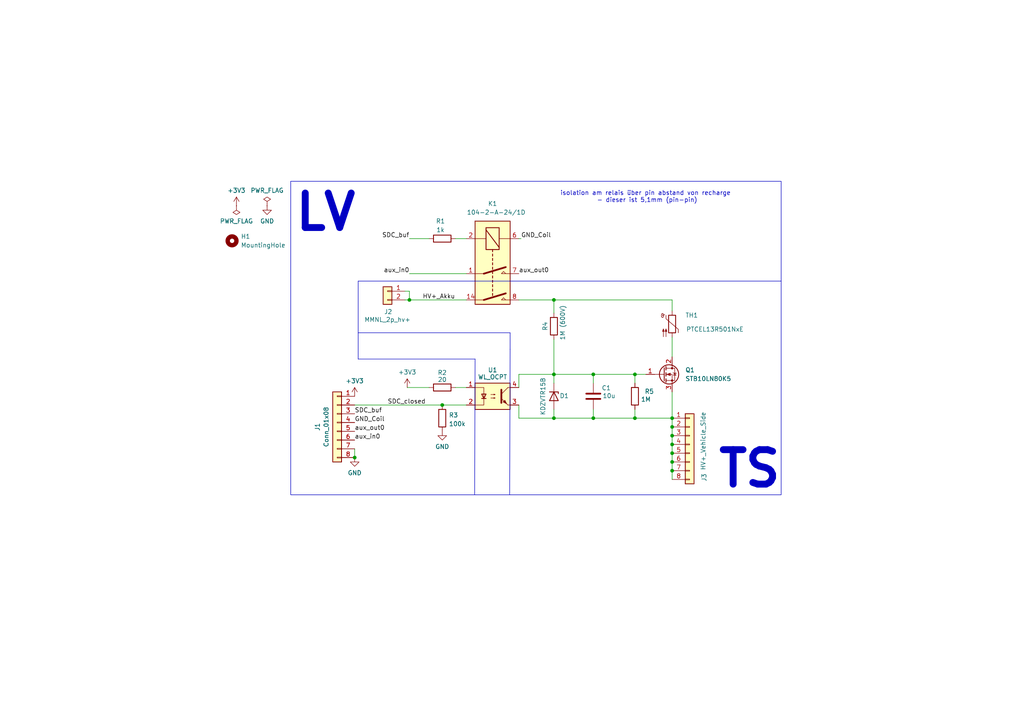
<source format=kicad_sch>
(kicad_sch
	(version 20231120)
	(generator "eeschema")
	(generator_version "8.0")
	(uuid "ab3adbd4-6086-4416-bada-760da338c591")
	(paper "A4")
	(lib_symbols
		(symbol "Connector_Generic:Conn_01x02"
			(pin_names
				(offset 1.016) hide)
			(exclude_from_sim no)
			(in_bom yes)
			(on_board yes)
			(property "Reference" "J"
				(at 0 2.54 0)
				(effects
					(font
						(size 1.27 1.27)
					)
				)
			)
			(property "Value" "Conn_01x02"
				(at 0 -5.08 0)
				(effects
					(font
						(size 1.27 1.27)
					)
				)
			)
			(property "Footprint" ""
				(at 0 0 0)
				(effects
					(font
						(size 1.27 1.27)
					)
					(hide yes)
				)
			)
			(property "Datasheet" "~"
				(at 0 0 0)
				(effects
					(font
						(size 1.27 1.27)
					)
					(hide yes)
				)
			)
			(property "Description" "Generic connector, single row, 01x02, script generated (kicad-library-utils/schlib/autogen/connector/)"
				(at 0 0 0)
				(effects
					(font
						(size 1.27 1.27)
					)
					(hide yes)
				)
			)
			(property "ki_keywords" "connector"
				(at 0 0 0)
				(effects
					(font
						(size 1.27 1.27)
					)
					(hide yes)
				)
			)
			(property "ki_fp_filters" "Connector*:*_1x??_*"
				(at 0 0 0)
				(effects
					(font
						(size 1.27 1.27)
					)
					(hide yes)
				)
			)
			(symbol "Conn_01x02_1_1"
				(rectangle
					(start -1.27 -2.413)
					(end 0 -2.667)
					(stroke
						(width 0.1524)
						(type default)
					)
					(fill
						(type none)
					)
				)
				(rectangle
					(start -1.27 0.127)
					(end 0 -0.127)
					(stroke
						(width 0.1524)
						(type default)
					)
					(fill
						(type none)
					)
				)
				(rectangle
					(start -1.27 1.27)
					(end 1.27 -3.81)
					(stroke
						(width 0.254)
						(type default)
					)
					(fill
						(type background)
					)
				)
				(pin passive line
					(at -5.08 0 0)
					(length 3.81)
					(name "Pin_1"
						(effects
							(font
								(size 1.27 1.27)
							)
						)
					)
					(number "1"
						(effects
							(font
								(size 1.27 1.27)
							)
						)
					)
				)
				(pin passive line
					(at -5.08 -2.54 0)
					(length 3.81)
					(name "Pin_2"
						(effects
							(font
								(size 1.27 1.27)
							)
						)
					)
					(number "2"
						(effects
							(font
								(size 1.27 1.27)
							)
						)
					)
				)
			)
		)
		(symbol "Connector_Generic:Conn_01x08"
			(pin_names
				(offset 1.016) hide)
			(exclude_from_sim no)
			(in_bom yes)
			(on_board yes)
			(property "Reference" "J"
				(at 0 10.16 0)
				(effects
					(font
						(size 1.27 1.27)
					)
				)
			)
			(property "Value" "Conn_01x08"
				(at 0 -12.7 0)
				(effects
					(font
						(size 1.27 1.27)
					)
				)
			)
			(property "Footprint" ""
				(at 0 0 0)
				(effects
					(font
						(size 1.27 1.27)
					)
					(hide yes)
				)
			)
			(property "Datasheet" "~"
				(at 0 0 0)
				(effects
					(font
						(size 1.27 1.27)
					)
					(hide yes)
				)
			)
			(property "Description" "Generic connector, single row, 01x08, script generated (kicad-library-utils/schlib/autogen/connector/)"
				(at 0 0 0)
				(effects
					(font
						(size 1.27 1.27)
					)
					(hide yes)
				)
			)
			(property "ki_keywords" "connector"
				(at 0 0 0)
				(effects
					(font
						(size 1.27 1.27)
					)
					(hide yes)
				)
			)
			(property "ki_fp_filters" "Connector*:*_1x??_*"
				(at 0 0 0)
				(effects
					(font
						(size 1.27 1.27)
					)
					(hide yes)
				)
			)
			(symbol "Conn_01x08_1_1"
				(rectangle
					(start -1.27 -10.033)
					(end 0 -10.287)
					(stroke
						(width 0.1524)
						(type default)
					)
					(fill
						(type none)
					)
				)
				(rectangle
					(start -1.27 -7.493)
					(end 0 -7.747)
					(stroke
						(width 0.1524)
						(type default)
					)
					(fill
						(type none)
					)
				)
				(rectangle
					(start -1.27 -4.953)
					(end 0 -5.207)
					(stroke
						(width 0.1524)
						(type default)
					)
					(fill
						(type none)
					)
				)
				(rectangle
					(start -1.27 -2.413)
					(end 0 -2.667)
					(stroke
						(width 0.1524)
						(type default)
					)
					(fill
						(type none)
					)
				)
				(rectangle
					(start -1.27 0.127)
					(end 0 -0.127)
					(stroke
						(width 0.1524)
						(type default)
					)
					(fill
						(type none)
					)
				)
				(rectangle
					(start -1.27 2.667)
					(end 0 2.413)
					(stroke
						(width 0.1524)
						(type default)
					)
					(fill
						(type none)
					)
				)
				(rectangle
					(start -1.27 5.207)
					(end 0 4.953)
					(stroke
						(width 0.1524)
						(type default)
					)
					(fill
						(type none)
					)
				)
				(rectangle
					(start -1.27 7.747)
					(end 0 7.493)
					(stroke
						(width 0.1524)
						(type default)
					)
					(fill
						(type none)
					)
				)
				(rectangle
					(start -1.27 8.89)
					(end 1.27 -11.43)
					(stroke
						(width 0.254)
						(type default)
					)
					(fill
						(type background)
					)
				)
				(pin passive line
					(at -5.08 7.62 0)
					(length 3.81)
					(name "Pin_1"
						(effects
							(font
								(size 1.27 1.27)
							)
						)
					)
					(number "1"
						(effects
							(font
								(size 1.27 1.27)
							)
						)
					)
				)
				(pin passive line
					(at -5.08 5.08 0)
					(length 3.81)
					(name "Pin_2"
						(effects
							(font
								(size 1.27 1.27)
							)
						)
					)
					(number "2"
						(effects
							(font
								(size 1.27 1.27)
							)
						)
					)
				)
				(pin passive line
					(at -5.08 2.54 0)
					(length 3.81)
					(name "Pin_3"
						(effects
							(font
								(size 1.27 1.27)
							)
						)
					)
					(number "3"
						(effects
							(font
								(size 1.27 1.27)
							)
						)
					)
				)
				(pin passive line
					(at -5.08 0 0)
					(length 3.81)
					(name "Pin_4"
						(effects
							(font
								(size 1.27 1.27)
							)
						)
					)
					(number "4"
						(effects
							(font
								(size 1.27 1.27)
							)
						)
					)
				)
				(pin passive line
					(at -5.08 -2.54 0)
					(length 3.81)
					(name "Pin_5"
						(effects
							(font
								(size 1.27 1.27)
							)
						)
					)
					(number "5"
						(effects
							(font
								(size 1.27 1.27)
							)
						)
					)
				)
				(pin passive line
					(at -5.08 -5.08 0)
					(length 3.81)
					(name "Pin_6"
						(effects
							(font
								(size 1.27 1.27)
							)
						)
					)
					(number "6"
						(effects
							(font
								(size 1.27 1.27)
							)
						)
					)
				)
				(pin passive line
					(at -5.08 -7.62 0)
					(length 3.81)
					(name "Pin_7"
						(effects
							(font
								(size 1.27 1.27)
							)
						)
					)
					(number "7"
						(effects
							(font
								(size 1.27 1.27)
							)
						)
					)
				)
				(pin passive line
					(at -5.08 -10.16 0)
					(length 3.81)
					(name "Pin_8"
						(effects
							(font
								(size 1.27 1.27)
							)
						)
					)
					(number "8"
						(effects
							(font
								(size 1.27 1.27)
							)
						)
					)
				)
			)
		)
		(symbol "Device:C"
			(pin_numbers hide)
			(pin_names
				(offset 0.254)
			)
			(exclude_from_sim no)
			(in_bom yes)
			(on_board yes)
			(property "Reference" "C"
				(at 0.635 2.54 0)
				(effects
					(font
						(size 1.27 1.27)
					)
					(justify left)
				)
			)
			(property "Value" "C"
				(at 0.635 -2.54 0)
				(effects
					(font
						(size 1.27 1.27)
					)
					(justify left)
				)
			)
			(property "Footprint" ""
				(at 0.9652 -3.81 0)
				(effects
					(font
						(size 1.27 1.27)
					)
					(hide yes)
				)
			)
			(property "Datasheet" "~"
				(at 0 0 0)
				(effects
					(font
						(size 1.27 1.27)
					)
					(hide yes)
				)
			)
			(property "Description" "Unpolarized capacitor"
				(at 0 0 0)
				(effects
					(font
						(size 1.27 1.27)
					)
					(hide yes)
				)
			)
			(property "ki_keywords" "cap capacitor"
				(at 0 0 0)
				(effects
					(font
						(size 1.27 1.27)
					)
					(hide yes)
				)
			)
			(property "ki_fp_filters" "C_*"
				(at 0 0 0)
				(effects
					(font
						(size 1.27 1.27)
					)
					(hide yes)
				)
			)
			(symbol "C_0_1"
				(polyline
					(pts
						(xy -2.032 -0.762) (xy 2.032 -0.762)
					)
					(stroke
						(width 0.508)
						(type default)
					)
					(fill
						(type none)
					)
				)
				(polyline
					(pts
						(xy -2.032 0.762) (xy 2.032 0.762)
					)
					(stroke
						(width 0.508)
						(type default)
					)
					(fill
						(type none)
					)
				)
			)
			(symbol "C_1_1"
				(pin passive line
					(at 0 3.81 270)
					(length 2.794)
					(name "~"
						(effects
							(font
								(size 1.27 1.27)
							)
						)
					)
					(number "1"
						(effects
							(font
								(size 1.27 1.27)
							)
						)
					)
				)
				(pin passive line
					(at 0 -3.81 90)
					(length 2.794)
					(name "~"
						(effects
							(font
								(size 1.27 1.27)
							)
						)
					)
					(number "2"
						(effects
							(font
								(size 1.27 1.27)
							)
						)
					)
				)
			)
		)
		(symbol "Device:D_Zener"
			(pin_numbers hide)
			(pin_names
				(offset 1.016) hide)
			(exclude_from_sim no)
			(in_bom yes)
			(on_board yes)
			(property "Reference" "D"
				(at 0 2.54 0)
				(effects
					(font
						(size 1.27 1.27)
					)
				)
			)
			(property "Value" "D_Zener"
				(at 0 -2.54 0)
				(effects
					(font
						(size 1.27 1.27)
					)
				)
			)
			(property "Footprint" ""
				(at 0 0 0)
				(effects
					(font
						(size 1.27 1.27)
					)
					(hide yes)
				)
			)
			(property "Datasheet" "~"
				(at 0 0 0)
				(effects
					(font
						(size 1.27 1.27)
					)
					(hide yes)
				)
			)
			(property "Description" "Zener diode"
				(at 0 0 0)
				(effects
					(font
						(size 1.27 1.27)
					)
					(hide yes)
				)
			)
			(property "ki_keywords" "diode"
				(at 0 0 0)
				(effects
					(font
						(size 1.27 1.27)
					)
					(hide yes)
				)
			)
			(property "ki_fp_filters" "TO-???* *_Diode_* *SingleDiode* D_*"
				(at 0 0 0)
				(effects
					(font
						(size 1.27 1.27)
					)
					(hide yes)
				)
			)
			(symbol "D_Zener_0_1"
				(polyline
					(pts
						(xy 1.27 0) (xy -1.27 0)
					)
					(stroke
						(width 0)
						(type default)
					)
					(fill
						(type none)
					)
				)
				(polyline
					(pts
						(xy -1.27 -1.27) (xy -1.27 1.27) (xy -0.762 1.27)
					)
					(stroke
						(width 0.254)
						(type default)
					)
					(fill
						(type none)
					)
				)
				(polyline
					(pts
						(xy 1.27 -1.27) (xy 1.27 1.27) (xy -1.27 0) (xy 1.27 -1.27)
					)
					(stroke
						(width 0.254)
						(type default)
					)
					(fill
						(type none)
					)
				)
			)
			(symbol "D_Zener_1_1"
				(pin passive line
					(at -3.81 0 0)
					(length 2.54)
					(name "K"
						(effects
							(font
								(size 1.27 1.27)
							)
						)
					)
					(number "1"
						(effects
							(font
								(size 1.27 1.27)
							)
						)
					)
				)
				(pin passive line
					(at 3.81 0 180)
					(length 2.54)
					(name "A"
						(effects
							(font
								(size 1.27 1.27)
							)
						)
					)
					(number "2"
						(effects
							(font
								(size 1.27 1.27)
							)
						)
					)
				)
			)
		)
		(symbol "Device:R"
			(pin_numbers hide)
			(pin_names
				(offset 0)
			)
			(exclude_from_sim no)
			(in_bom yes)
			(on_board yes)
			(property "Reference" "R"
				(at 2.032 0 90)
				(effects
					(font
						(size 1.27 1.27)
					)
				)
			)
			(property "Value" "R"
				(at 0 0 90)
				(effects
					(font
						(size 1.27 1.27)
					)
				)
			)
			(property "Footprint" ""
				(at -1.778 0 90)
				(effects
					(font
						(size 1.27 1.27)
					)
					(hide yes)
				)
			)
			(property "Datasheet" "~"
				(at 0 0 0)
				(effects
					(font
						(size 1.27 1.27)
					)
					(hide yes)
				)
			)
			(property "Description" "Resistor"
				(at 0 0 0)
				(effects
					(font
						(size 1.27 1.27)
					)
					(hide yes)
				)
			)
			(property "ki_keywords" "R res resistor"
				(at 0 0 0)
				(effects
					(font
						(size 1.27 1.27)
					)
					(hide yes)
				)
			)
			(property "ki_fp_filters" "R_*"
				(at 0 0 0)
				(effects
					(font
						(size 1.27 1.27)
					)
					(hide yes)
				)
			)
			(symbol "R_0_1"
				(rectangle
					(start -1.016 -2.54)
					(end 1.016 2.54)
					(stroke
						(width 0.254)
						(type default)
					)
					(fill
						(type none)
					)
				)
			)
			(symbol "R_1_1"
				(pin passive line
					(at 0 3.81 270)
					(length 1.27)
					(name "~"
						(effects
							(font
								(size 1.27 1.27)
							)
						)
					)
					(number "1"
						(effects
							(font
								(size 1.27 1.27)
							)
						)
					)
				)
				(pin passive line
					(at 0 -3.81 90)
					(length 1.27)
					(name "~"
						(effects
							(font
								(size 1.27 1.27)
							)
						)
					)
					(number "2"
						(effects
							(font
								(size 1.27 1.27)
							)
						)
					)
				)
			)
		)
		(symbol "Device:Thermistor_PTC"
			(pin_numbers hide)
			(pin_names
				(offset 0)
			)
			(exclude_from_sim no)
			(in_bom yes)
			(on_board yes)
			(property "Reference" "TH"
				(at -4.064 0 90)
				(effects
					(font
						(size 1.27 1.27)
					)
				)
			)
			(property "Value" "Thermistor_PTC"
				(at 3.048 0 90)
				(effects
					(font
						(size 1.27 1.27)
					)
				)
			)
			(property "Footprint" ""
				(at 1.27 -5.08 0)
				(effects
					(font
						(size 1.27 1.27)
					)
					(justify left)
					(hide yes)
				)
			)
			(property "Datasheet" "~"
				(at 0 0 0)
				(effects
					(font
						(size 1.27 1.27)
					)
					(hide yes)
				)
			)
			(property "Description" "Temperature dependent resistor, positive temperature coefficient"
				(at 0 0 0)
				(effects
					(font
						(size 1.27 1.27)
					)
					(hide yes)
				)
			)
			(property "ki_keywords" "resistor PTC thermistor sensor RTD"
				(at 0 0 0)
				(effects
					(font
						(size 1.27 1.27)
					)
					(hide yes)
				)
			)
			(property "ki_fp_filters" "*PTC* *Thermistor* PIN?ARRAY* bornier* *Terminal?Block* R_*"
				(at 0 0 0)
				(effects
					(font
						(size 1.27 1.27)
					)
					(hide yes)
				)
			)
			(symbol "Thermistor_PTC_0_1"
				(arc
					(start -3.048 2.159)
					(mid -3.0495 2.3143)
					(end -3.175 2.413)
					(stroke
						(width 0)
						(type default)
					)
					(fill
						(type none)
					)
				)
				(arc
					(start -3.048 2.159)
					(mid -2.9736 1.9794)
					(end -2.794 1.905)
					(stroke
						(width 0)
						(type default)
					)
					(fill
						(type none)
					)
				)
				(arc
					(start -3.048 2.794)
					(mid -2.9736 2.6144)
					(end -2.794 2.54)
					(stroke
						(width 0)
						(type default)
					)
					(fill
						(type none)
					)
				)
				(arc
					(start -2.794 1.905)
					(mid -2.6144 1.9794)
					(end -2.54 2.159)
					(stroke
						(width 0)
						(type default)
					)
					(fill
						(type none)
					)
				)
				(arc
					(start -2.794 2.54)
					(mid -2.4393 2.5587)
					(end -2.159 2.794)
					(stroke
						(width 0)
						(type default)
					)
					(fill
						(type none)
					)
				)
				(arc
					(start -2.794 3.048)
					(mid -2.9736 2.9736)
					(end -3.048 2.794)
					(stroke
						(width 0)
						(type default)
					)
					(fill
						(type none)
					)
				)
				(arc
					(start -2.54 2.794)
					(mid -2.6144 2.9736)
					(end -2.794 3.048)
					(stroke
						(width 0)
						(type default)
					)
					(fill
						(type none)
					)
				)
				(rectangle
					(start -1.016 2.54)
					(end 1.016 -2.54)
					(stroke
						(width 0.254)
						(type default)
					)
					(fill
						(type none)
					)
				)
				(polyline
					(pts
						(xy -2.54 2.159) (xy -2.54 2.794)
					)
					(stroke
						(width 0)
						(type default)
					)
					(fill
						(type none)
					)
				)
				(polyline
					(pts
						(xy -1.778 2.54) (xy -1.778 1.524) (xy 1.778 -1.524) (xy 1.778 -2.54)
					)
					(stroke
						(width 0)
						(type default)
					)
					(fill
						(type none)
					)
				)
				(polyline
					(pts
						(xy -2.54 -3.683) (xy -2.54 -1.397) (xy -2.794 -2.159) (xy -2.286 -2.159) (xy -2.54 -1.397) (xy -2.54 -1.651)
					)
					(stroke
						(width 0)
						(type default)
					)
					(fill
						(type outline)
					)
				)
				(polyline
					(pts
						(xy -1.778 -3.683) (xy -1.778 -1.397) (xy -2.032 -2.159) (xy -1.524 -2.159) (xy -1.778 -1.397)
						(xy -1.778 -1.651)
					)
					(stroke
						(width 0)
						(type default)
					)
					(fill
						(type outline)
					)
				)
			)
			(symbol "Thermistor_PTC_1_1"
				(pin passive line
					(at 0 3.81 270)
					(length 1.27)
					(name "~"
						(effects
							(font
								(size 1.27 1.27)
							)
						)
					)
					(number "1"
						(effects
							(font
								(size 1.27 1.27)
							)
						)
					)
				)
				(pin passive line
					(at 0 -3.81 90)
					(length 1.27)
					(name "~"
						(effects
							(font
								(size 1.27 1.27)
							)
						)
					)
					(number "2"
						(effects
							(font
								(size 1.27 1.27)
							)
						)
					)
				)
			)
		)
		(symbol "Isolator:FODM217A"
			(exclude_from_sim no)
			(in_bom yes)
			(on_board yes)
			(property "Reference" "U4"
				(at 1.27 7.62 0)
				(effects
					(font
						(size 1.27 1.27)
					)
				)
			)
			(property "Value" "WL_OCDA"
				(at 1.27 5.588 0)
				(effects
					(font
						(size 1.27 1.27)
					)
				)
			)
			(property "Footprint" "Package_SO:SOP-4_4.4x2.6mm_P1.27mm"
				(at 0 -5.08 0)
				(effects
					(font
						(size 1.27 1.27)
						(italic yes)
					)
					(hide yes)
				)
			)
			(property "Datasheet" ""
				(at 0 0 0)
				(effects
					(font
						(size 1.27 1.27)
					)
					(justify left)
					(hide yes)
				)
			)
			(property "Description" "141352145000"
				(at 0 0 0)
				(effects
					(font
						(size 1.27 1.27)
					)
					(hide yes)
				)
			)
			(property "ki_keywords" "DC Phototransistor Optocoupler"
				(at 0 0 0)
				(effects
					(font
						(size 1.27 1.27)
					)
					(hide yes)
				)
			)
			(property "ki_fp_filters" "SOP*4.4x2.6mm*P1.27mm*"
				(at 0 0 0)
				(effects
					(font
						(size 1.27 1.27)
					)
					(hide yes)
				)
			)
			(symbol "FODM217A_0_1"
				(rectangle
					(start -5.08 3.81)
					(end 5.08 -3.81)
					(stroke
						(width 0.254)
						(type default)
					)
					(fill
						(type background)
					)
				)
				(polyline
					(pts
						(xy -3.175 -0.635) (xy -1.905 -0.635)
					)
					(stroke
						(width 0.254)
						(type default)
					)
					(fill
						(type none)
					)
				)
				(polyline
					(pts
						(xy 2.54 0.635) (xy 4.445 2.54)
					)
					(stroke
						(width 0)
						(type default)
					)
					(fill
						(type none)
					)
				)
				(polyline
					(pts
						(xy 4.445 -2.54) (xy 2.54 -0.635)
					)
					(stroke
						(width 0)
						(type default)
					)
					(fill
						(type outline)
					)
				)
				(polyline
					(pts
						(xy 4.445 -2.54) (xy 5.08 -2.54)
					)
					(stroke
						(width 0)
						(type default)
					)
					(fill
						(type none)
					)
				)
				(polyline
					(pts
						(xy 4.445 2.54) (xy 5.08 2.54)
					)
					(stroke
						(width 0)
						(type default)
					)
					(fill
						(type none)
					)
				)
				(polyline
					(pts
						(xy -5.08 2.54) (xy -2.54 2.54) (xy -2.54 -0.635)
					)
					(stroke
						(width 0)
						(type default)
					)
					(fill
						(type none)
					)
				)
				(polyline
					(pts
						(xy -2.54 -0.635) (xy -2.54 -2.54) (xy -5.08 -2.54)
					)
					(stroke
						(width 0)
						(type default)
					)
					(fill
						(type none)
					)
				)
				(polyline
					(pts
						(xy 2.54 1.905) (xy 2.54 -1.905) (xy 2.54 -1.905)
					)
					(stroke
						(width 0.508)
						(type default)
					)
					(fill
						(type none)
					)
				)
				(polyline
					(pts
						(xy -2.54 -0.635) (xy -3.175 0.635) (xy -1.905 0.635) (xy -2.54 -0.635)
					)
					(stroke
						(width 0.254)
						(type default)
					)
					(fill
						(type none)
					)
				)
				(polyline
					(pts
						(xy -0.508 -0.508) (xy 0.762 -0.508) (xy 0.381 -0.635) (xy 0.381 -0.381) (xy 0.762 -0.508)
					)
					(stroke
						(width 0)
						(type default)
					)
					(fill
						(type none)
					)
				)
				(polyline
					(pts
						(xy -0.508 0.508) (xy 0.762 0.508) (xy 0.381 0.381) (xy 0.381 0.635) (xy 0.762 0.508)
					)
					(stroke
						(width 0)
						(type default)
					)
					(fill
						(type none)
					)
				)
				(polyline
					(pts
						(xy 3.048 -1.651) (xy 3.556 -1.143) (xy 4.064 -2.159) (xy 3.048 -1.651) (xy 3.048 -1.651)
					)
					(stroke
						(width 0)
						(type default)
					)
					(fill
						(type outline)
					)
				)
			)
			(symbol "FODM217A_1_1"
				(pin passive line
					(at -7.62 2.54 0)
					(length 2.54)
					(name "~"
						(effects
							(font
								(size 1.27 1.27)
							)
						)
					)
					(number "1"
						(effects
							(font
								(size 1.27 1.27)
							)
						)
					)
				)
				(pin passive line
					(at -7.62 -2.54 0)
					(length 2.54)
					(name "~"
						(effects
							(font
								(size 1.27 1.27)
							)
						)
					)
					(number "2"
						(effects
							(font
								(size 1.27 1.27)
							)
						)
					)
				)
				(pin passive line
					(at 7.62 -2.54 180)
					(length 2.54)
					(name "~"
						(effects
							(font
								(size 1.27 1.27)
							)
						)
					)
					(number "3"
						(effects
							(font
								(size 1.27 1.27)
							)
						)
					)
				)
				(pin passive line
					(at 7.62 2.54 180)
					(length 2.54)
					(name "~"
						(effects
							(font
								(size 1.27 1.27)
							)
						)
					)
					(number "4"
						(effects
							(font
								(size 1.27 1.27)
							)
						)
					)
				)
			)
		)
		(symbol "Mechanical:MountingHole"
			(pin_names
				(offset 1.016)
			)
			(exclude_from_sim yes)
			(in_bom no)
			(on_board yes)
			(property "Reference" "H"
				(at 0 5.08 0)
				(effects
					(font
						(size 1.27 1.27)
					)
				)
			)
			(property "Value" "MountingHole"
				(at 0 3.175 0)
				(effects
					(font
						(size 1.27 1.27)
					)
				)
			)
			(property "Footprint" ""
				(at 0 0 0)
				(effects
					(font
						(size 1.27 1.27)
					)
					(hide yes)
				)
			)
			(property "Datasheet" "~"
				(at 0 0 0)
				(effects
					(font
						(size 1.27 1.27)
					)
					(hide yes)
				)
			)
			(property "Description" "Mounting Hole without connection"
				(at 0 0 0)
				(effects
					(font
						(size 1.27 1.27)
					)
					(hide yes)
				)
			)
			(property "ki_keywords" "mounting hole"
				(at 0 0 0)
				(effects
					(font
						(size 1.27 1.27)
					)
					(hide yes)
				)
			)
			(property "ki_fp_filters" "MountingHole*"
				(at 0 0 0)
				(effects
					(font
						(size 1.27 1.27)
					)
					(hide yes)
				)
			)
			(symbol "MountingHole_0_1"
				(circle
					(center 0 0)
					(radius 1.27)
					(stroke
						(width 1.27)
						(type default)
					)
					(fill
						(type none)
					)
				)
			)
		)
		(symbol "Relay:DIPxx-2Axx-21x"
			(exclude_from_sim no)
			(in_bom yes)
			(on_board yes)
			(property "Reference" "K"
				(at 12.7 3.81 0)
				(effects
					(font
						(size 1.27 1.27)
					)
					(justify left)
				)
			)
			(property "Value" "DIPxx-2Axx-21x"
				(at 12.7 1.27 0)
				(effects
					(font
						(size 1.27 1.27)
					)
					(justify left)
				)
			)
			(property "Footprint" "Relay_THT:Relay_StandexMeder_DIP_LowProfile"
				(at 12.7 -1.27 0)
				(effects
					(font
						(size 1.27 1.27)
					)
					(justify left)
					(hide yes)
				)
			)
			(property "Datasheet" "https://standexelectronics.com/wp-content/uploads/datasheet_reed_relay_DIP.pdf"
				(at 0 0 0)
				(effects
					(font
						(size 1.27 1.27)
					)
					(hide yes)
				)
			)
			(property "Description" "Standex Meder DIP reed relay, DPST, Closing Contacts"
				(at 0 0 0)
				(effects
					(font
						(size 1.27 1.27)
					)
					(hide yes)
				)
			)
			(property "ki_keywords" "Single Pole Reed Relay DPST"
				(at 0 0 0)
				(effects
					(font
						(size 1.27 1.27)
					)
					(hide yes)
				)
			)
			(property "ki_fp_filters" "Relay*StandexMeder*DIP*LowProfile*"
				(at 0 0 0)
				(effects
					(font
						(size 1.27 1.27)
					)
					(hide yes)
				)
			)
			(symbol "DIPxx-2Axx-21x_0_0"
				(polyline
					(pts
						(xy 2.54 5.08) (xy 2.54 2.54) (xy 1.905 3.175) (xy 2.54 3.81)
					)
					(stroke
						(width 0)
						(type default)
					)
					(fill
						(type none)
					)
				)
				(polyline
					(pts
						(xy 10.16 5.08) (xy 10.16 2.54) (xy 9.525 3.175) (xy 10.16 3.81)
					)
					(stroke
						(width 0)
						(type default)
					)
					(fill
						(type none)
					)
				)
			)
			(symbol "DIPxx-2Axx-21x_0_1"
				(rectangle
					(start -12.7 5.08)
					(end 11.43 -5.08)
					(stroke
						(width 0.254)
						(type default)
					)
					(fill
						(type background)
					)
				)
				(rectangle
					(start -10.795 1.905)
					(end -4.445 -1.905)
					(stroke
						(width 0.254)
						(type default)
					)
					(fill
						(type none)
					)
				)
				(polyline
					(pts
						(xy -10.16 -1.905) (xy -5.08 1.905)
					)
					(stroke
						(width 0.254)
						(type default)
					)
					(fill
						(type none)
					)
				)
				(polyline
					(pts
						(xy -7.62 -5.08) (xy -7.62 -1.905)
					)
					(stroke
						(width 0)
						(type default)
					)
					(fill
						(type none)
					)
				)
				(polyline
					(pts
						(xy -7.62 5.08) (xy -7.62 1.905)
					)
					(stroke
						(width 0)
						(type default)
					)
					(fill
						(type none)
					)
				)
				(polyline
					(pts
						(xy -4.445 0) (xy -3.81 0)
					)
					(stroke
						(width 0.254)
						(type default)
					)
					(fill
						(type none)
					)
				)
				(polyline
					(pts
						(xy -3.175 0) (xy -2.54 0)
					)
					(stroke
						(width 0.254)
						(type default)
					)
					(fill
						(type none)
					)
				)
				(polyline
					(pts
						(xy -1.905 0) (xy -1.27 0)
					)
					(stroke
						(width 0.254)
						(type default)
					)
					(fill
						(type none)
					)
				)
				(polyline
					(pts
						(xy -0.635 0) (xy 0 0)
					)
					(stroke
						(width 0.254)
						(type default)
					)
					(fill
						(type none)
					)
				)
				(polyline
					(pts
						(xy 0.635 0) (xy 1.27 0)
					)
					(stroke
						(width 0.254)
						(type default)
					)
					(fill
						(type none)
					)
				)
				(polyline
					(pts
						(xy 1.905 0) (xy 2.54 0)
					)
					(stroke
						(width 0.254)
						(type default)
					)
					(fill
						(type none)
					)
				)
				(polyline
					(pts
						(xy 2.54 -2.54) (xy 0.635 3.81)
					)
					(stroke
						(width 0.508)
						(type default)
					)
					(fill
						(type none)
					)
				)
				(polyline
					(pts
						(xy 2.54 -2.54) (xy 2.54 -5.08)
					)
					(stroke
						(width 0)
						(type default)
					)
					(fill
						(type none)
					)
				)
				(polyline
					(pts
						(xy 3.175 0) (xy 3.81 0)
					)
					(stroke
						(width 0.254)
						(type default)
					)
					(fill
						(type none)
					)
				)
				(polyline
					(pts
						(xy 4.445 0) (xy 5.08 0)
					)
					(stroke
						(width 0.254)
						(type default)
					)
					(fill
						(type none)
					)
				)
				(polyline
					(pts
						(xy 5.715 0) (xy 6.35 0)
					)
					(stroke
						(width 0.254)
						(type default)
					)
					(fill
						(type none)
					)
				)
				(polyline
					(pts
						(xy 6.985 0) (xy 7.62 0)
					)
					(stroke
						(width 0.254)
						(type default)
					)
					(fill
						(type none)
					)
				)
				(polyline
					(pts
						(xy 8.255 0) (xy 8.89 0)
					)
					(stroke
						(width 0.254)
						(type default)
					)
					(fill
						(type none)
					)
				)
				(polyline
					(pts
						(xy 10.16 -2.54) (xy 8.255 3.81)
					)
					(stroke
						(width 0.508)
						(type default)
					)
					(fill
						(type none)
					)
				)
				(polyline
					(pts
						(xy 10.16 -2.54) (xy 10.16 -5.08)
					)
					(stroke
						(width 0)
						(type default)
					)
					(fill
						(type none)
					)
				)
			)
			(symbol "DIPxx-2Axx-21x_1_1"
				(pin passive line
					(at 2.54 -7.62 90)
					(length 2.54)
					(name "~"
						(effects
							(font
								(size 1.27 1.27)
							)
						)
					)
					(number "1"
						(effects
							(font
								(size 1.27 1.27)
							)
						)
					)
				)
				(pin passive line
					(at 10.16 -7.62 90)
					(length 2.54)
					(name "~"
						(effects
							(font
								(size 1.27 1.27)
							)
						)
					)
					(number "14"
						(effects
							(font
								(size 1.27 1.27)
							)
						)
					)
				)
				(pin passive line
					(at -7.62 -7.62 90)
					(length 2.54)
					(name "~"
						(effects
							(font
								(size 1.27 1.27)
							)
						)
					)
					(number "2"
						(effects
							(font
								(size 1.27 1.27)
							)
						)
					)
				)
				(pin passive line
					(at -7.62 7.62 270)
					(length 2.54)
					(name "~"
						(effects
							(font
								(size 1.27 1.27)
							)
						)
					)
					(number "6"
						(effects
							(font
								(size 1.27 1.27)
							)
						)
					)
				)
				(pin passive line
					(at 2.54 7.62 270)
					(length 2.54)
					(name "~"
						(effects
							(font
								(size 1.27 1.27)
							)
						)
					)
					(number "7"
						(effects
							(font
								(size 1.27 1.27)
							)
						)
					)
				)
				(pin passive line
					(at 10.16 7.62 270)
					(length 2.54)
					(name "~"
						(effects
							(font
								(size 1.27 1.27)
							)
						)
					)
					(number "8"
						(effects
							(font
								(size 1.27 1.27)
							)
						)
					)
				)
			)
		)
		(symbol "Transistor_FET:STB15N80K5"
			(pin_names hide)
			(exclude_from_sim no)
			(in_bom yes)
			(on_board yes)
			(property "Reference" "Q"
				(at 5.08 1.905 0)
				(effects
					(font
						(size 1.27 1.27)
					)
					(justify left)
				)
			)
			(property "Value" "STB15N80K5"
				(at 5.08 0 0)
				(effects
					(font
						(size 1.27 1.27)
					)
					(justify left)
				)
			)
			(property "Footprint" "Package_TO_SOT_SMD:TO-263-2"
				(at 5.08 -1.905 0)
				(effects
					(font
						(size 1.27 1.27)
						(italic yes)
					)
					(justify left)
					(hide yes)
				)
			)
			(property "Datasheet" "https://www.st.com/resource/en/datasheet/stb15n80k5.pdf"
				(at 5.08 -3.81 0)
				(effects
					(font
						(size 1.27 1.27)
					)
					(justify left)
					(hide yes)
				)
			)
			(property "Description" "14A Id, 800V Vds, N-Channel MOSFET, 375mOhm Ron, D2PAK"
				(at 0 0 0)
				(effects
					(font
						(size 1.27 1.27)
					)
					(hide yes)
				)
			)
			(property "ki_keywords" "N-Channel MOSFET"
				(at 0 0 0)
				(effects
					(font
						(size 1.27 1.27)
					)
					(hide yes)
				)
			)
			(property "ki_fp_filters" "TO?263*"
				(at 0 0 0)
				(effects
					(font
						(size 1.27 1.27)
					)
					(hide yes)
				)
			)
			(symbol "STB15N80K5_0_1"
				(polyline
					(pts
						(xy 0.254 0) (xy -2.54 0)
					)
					(stroke
						(width 0)
						(type default)
					)
					(fill
						(type none)
					)
				)
				(polyline
					(pts
						(xy 0.254 1.905) (xy 0.254 -1.905)
					)
					(stroke
						(width 0.254)
						(type default)
					)
					(fill
						(type none)
					)
				)
				(polyline
					(pts
						(xy 0.762 -1.27) (xy 0.762 -2.286)
					)
					(stroke
						(width 0.254)
						(type default)
					)
					(fill
						(type none)
					)
				)
				(polyline
					(pts
						(xy 0.762 0.508) (xy 0.762 -0.508)
					)
					(stroke
						(width 0.254)
						(type default)
					)
					(fill
						(type none)
					)
				)
				(polyline
					(pts
						(xy 0.762 2.286) (xy 0.762 1.27)
					)
					(stroke
						(width 0.254)
						(type default)
					)
					(fill
						(type none)
					)
				)
				(polyline
					(pts
						(xy 2.54 2.54) (xy 2.54 1.778)
					)
					(stroke
						(width 0)
						(type default)
					)
					(fill
						(type none)
					)
				)
				(polyline
					(pts
						(xy 2.54 -2.54) (xy 2.54 0) (xy 0.762 0)
					)
					(stroke
						(width 0)
						(type default)
					)
					(fill
						(type none)
					)
				)
				(polyline
					(pts
						(xy 0.762 -1.778) (xy 3.302 -1.778) (xy 3.302 1.778) (xy 0.762 1.778)
					)
					(stroke
						(width 0)
						(type default)
					)
					(fill
						(type none)
					)
				)
				(polyline
					(pts
						(xy 1.016 0) (xy 2.032 0.381) (xy 2.032 -0.381) (xy 1.016 0)
					)
					(stroke
						(width 0)
						(type default)
					)
					(fill
						(type outline)
					)
				)
				(polyline
					(pts
						(xy 2.794 0.508) (xy 2.921 0.381) (xy 3.683 0.381) (xy 3.81 0.254)
					)
					(stroke
						(width 0)
						(type default)
					)
					(fill
						(type none)
					)
				)
				(polyline
					(pts
						(xy 3.302 0.381) (xy 2.921 -0.254) (xy 3.683 -0.254) (xy 3.302 0.381)
					)
					(stroke
						(width 0)
						(type default)
					)
					(fill
						(type none)
					)
				)
				(circle
					(center 1.651 0)
					(radius 2.794)
					(stroke
						(width 0.254)
						(type default)
					)
					(fill
						(type none)
					)
				)
				(circle
					(center 2.54 -1.778)
					(radius 0.254)
					(stroke
						(width 0)
						(type default)
					)
					(fill
						(type outline)
					)
				)
				(circle
					(center 2.54 1.778)
					(radius 0.254)
					(stroke
						(width 0)
						(type default)
					)
					(fill
						(type outline)
					)
				)
			)
			(symbol "STB15N80K5_1_1"
				(pin passive line
					(at -5.08 0 0)
					(length 2.54)
					(name "G"
						(effects
							(font
								(size 1.27 1.27)
							)
						)
					)
					(number "1"
						(effects
							(font
								(size 1.27 1.27)
							)
						)
					)
				)
				(pin passive line
					(at 2.54 5.08 270)
					(length 2.54)
					(name "D"
						(effects
							(font
								(size 1.27 1.27)
							)
						)
					)
					(number "2"
						(effects
							(font
								(size 1.27 1.27)
							)
						)
					)
				)
				(pin passive line
					(at 2.54 -5.08 90)
					(length 2.54)
					(name "S"
						(effects
							(font
								(size 1.27 1.27)
							)
						)
					)
					(number "3"
						(effects
							(font
								(size 1.27 1.27)
							)
						)
					)
				)
			)
		)
		(symbol "power:+3V3"
			(power)
			(pin_numbers hide)
			(pin_names
				(offset 0) hide)
			(exclude_from_sim no)
			(in_bom yes)
			(on_board yes)
			(property "Reference" "#PWR"
				(at 0 -3.81 0)
				(effects
					(font
						(size 1.27 1.27)
					)
					(hide yes)
				)
			)
			(property "Value" "+3V3"
				(at 0 3.556 0)
				(effects
					(font
						(size 1.27 1.27)
					)
				)
			)
			(property "Footprint" ""
				(at 0 0 0)
				(effects
					(font
						(size 1.27 1.27)
					)
					(hide yes)
				)
			)
			(property "Datasheet" ""
				(at 0 0 0)
				(effects
					(font
						(size 1.27 1.27)
					)
					(hide yes)
				)
			)
			(property "Description" "Power symbol creates a global label with name \"+3V3\""
				(at 0 0 0)
				(effects
					(font
						(size 1.27 1.27)
					)
					(hide yes)
				)
			)
			(property "ki_keywords" "global power"
				(at 0 0 0)
				(effects
					(font
						(size 1.27 1.27)
					)
					(hide yes)
				)
			)
			(symbol "+3V3_0_1"
				(polyline
					(pts
						(xy -0.762 1.27) (xy 0 2.54)
					)
					(stroke
						(width 0)
						(type default)
					)
					(fill
						(type none)
					)
				)
				(polyline
					(pts
						(xy 0 0) (xy 0 2.54)
					)
					(stroke
						(width 0)
						(type default)
					)
					(fill
						(type none)
					)
				)
				(polyline
					(pts
						(xy 0 2.54) (xy 0.762 1.27)
					)
					(stroke
						(width 0)
						(type default)
					)
					(fill
						(type none)
					)
				)
			)
			(symbol "+3V3_1_1"
				(pin power_in line
					(at 0 0 90)
					(length 0)
					(name "~"
						(effects
							(font
								(size 1.27 1.27)
							)
						)
					)
					(number "1"
						(effects
							(font
								(size 1.27 1.27)
							)
						)
					)
				)
			)
		)
		(symbol "power:GND"
			(power)
			(pin_numbers hide)
			(pin_names
				(offset 0) hide)
			(exclude_from_sim no)
			(in_bom yes)
			(on_board yes)
			(property "Reference" "#PWR"
				(at 0 -6.35 0)
				(effects
					(font
						(size 1.27 1.27)
					)
					(hide yes)
				)
			)
			(property "Value" "GND"
				(at 0 -3.81 0)
				(effects
					(font
						(size 1.27 1.27)
					)
				)
			)
			(property "Footprint" ""
				(at 0 0 0)
				(effects
					(font
						(size 1.27 1.27)
					)
					(hide yes)
				)
			)
			(property "Datasheet" ""
				(at 0 0 0)
				(effects
					(font
						(size 1.27 1.27)
					)
					(hide yes)
				)
			)
			(property "Description" "Power symbol creates a global label with name \"GND\" , ground"
				(at 0 0 0)
				(effects
					(font
						(size 1.27 1.27)
					)
					(hide yes)
				)
			)
			(property "ki_keywords" "global power"
				(at 0 0 0)
				(effects
					(font
						(size 1.27 1.27)
					)
					(hide yes)
				)
			)
			(symbol "GND_0_1"
				(polyline
					(pts
						(xy 0 0) (xy 0 -1.27) (xy 1.27 -1.27) (xy 0 -2.54) (xy -1.27 -1.27) (xy 0 -1.27)
					)
					(stroke
						(width 0)
						(type default)
					)
					(fill
						(type none)
					)
				)
			)
			(symbol "GND_1_1"
				(pin power_in line
					(at 0 0 270)
					(length 0)
					(name "~"
						(effects
							(font
								(size 1.27 1.27)
							)
						)
					)
					(number "1"
						(effects
							(font
								(size 1.27 1.27)
							)
						)
					)
				)
			)
		)
		(symbol "power:PWR_FLAG"
			(power)
			(pin_numbers hide)
			(pin_names
				(offset 0) hide)
			(exclude_from_sim no)
			(in_bom yes)
			(on_board yes)
			(property "Reference" "#FLG"
				(at 0 1.905 0)
				(effects
					(font
						(size 1.27 1.27)
					)
					(hide yes)
				)
			)
			(property "Value" "PWR_FLAG"
				(at 0 3.81 0)
				(effects
					(font
						(size 1.27 1.27)
					)
				)
			)
			(property "Footprint" ""
				(at 0 0 0)
				(effects
					(font
						(size 1.27 1.27)
					)
					(hide yes)
				)
			)
			(property "Datasheet" "~"
				(at 0 0 0)
				(effects
					(font
						(size 1.27 1.27)
					)
					(hide yes)
				)
			)
			(property "Description" "Special symbol for telling ERC where power comes from"
				(at 0 0 0)
				(effects
					(font
						(size 1.27 1.27)
					)
					(hide yes)
				)
			)
			(property "ki_keywords" "flag power"
				(at 0 0 0)
				(effects
					(font
						(size 1.27 1.27)
					)
					(hide yes)
				)
			)
			(symbol "PWR_FLAG_0_0"
				(pin power_out line
					(at 0 0 90)
					(length 0)
					(name "~"
						(effects
							(font
								(size 1.27 1.27)
							)
						)
					)
					(number "1"
						(effects
							(font
								(size 1.27 1.27)
							)
						)
					)
				)
			)
			(symbol "PWR_FLAG_0_1"
				(polyline
					(pts
						(xy 0 0) (xy 0 1.27) (xy -1.016 1.905) (xy 0 2.54) (xy 1.016 1.905) (xy 0 1.27)
					)
					(stroke
						(width 0)
						(type default)
					)
					(fill
						(type none)
					)
				)
			)
		)
	)
	(junction
		(at 172.085 108.585)
		(diameter 0)
		(color 0 0 0 0)
		(uuid "0754d68f-d177-4fc8-8461-80accc564343")
	)
	(junction
		(at 194.945 133.985)
		(diameter 0)
		(color 0 0 0 0)
		(uuid "32c23dda-c29b-4d3d-be05-d62b8694ed38")
	)
	(junction
		(at 172.085 121.285)
		(diameter 0)
		(color 0 0 0 0)
		(uuid "42cfab4f-be0f-4992-b93b-5d914dca8417")
	)
	(junction
		(at 194.945 136.525)
		(diameter 0)
		(color 0 0 0 0)
		(uuid "44075b3f-c605-4a2e-9756-62492476b18b")
	)
	(junction
		(at 194.945 121.285)
		(diameter 0)
		(color 0 0 0 0)
		(uuid "50bc3862-ed18-4328-80b1-5334e8c2a161")
	)
	(junction
		(at 194.945 126.365)
		(diameter 0)
		(color 0 0 0 0)
		(uuid "51ecea9a-bbef-45e0-b714-de36b72b8a57")
	)
	(junction
		(at 184.15 121.285)
		(diameter 0)
		(color 0 0 0 0)
		(uuid "682dab84-a8a6-4db8-9fe0-c76f3a97e32b")
	)
	(junction
		(at 184.15 108.585)
		(diameter 0)
		(color 0 0 0 0)
		(uuid "7174638d-39c7-4b58-aff8-2fd6d0ae2128")
	)
	(junction
		(at 118.745 86.995)
		(diameter 0)
		(color 0 0 0 0)
		(uuid "83dcfc26-3bfa-46ae-93fe-d2c7cbaf345d")
	)
	(junction
		(at 160.655 121.285)
		(diameter 0)
		(color 0 0 0 0)
		(uuid "9a457301-cb07-4b08-a27e-bafff625fed8")
	)
	(junction
		(at 128.27 117.475)
		(diameter 0)
		(color 0 0 0 0)
		(uuid "ae3bfcd3-121c-4af0-a3a9-37ac162d2218")
	)
	(junction
		(at 194.945 123.825)
		(diameter 0)
		(color 0 0 0 0)
		(uuid "be59f7d4-7c78-45d3-9e73-0723390a06ef")
	)
	(junction
		(at 194.945 131.445)
		(diameter 0)
		(color 0 0 0 0)
		(uuid "c8cba55d-a90a-4566-bfb9-fce68f69444c")
	)
	(junction
		(at 160.655 108.585)
		(diameter 0)
		(color 0 0 0 0)
		(uuid "cb63829a-dc6e-4d40-a63f-e142edf3da19")
	)
	(junction
		(at 102.87 132.715)
		(diameter 0)
		(color 0 0 0 0)
		(uuid "d1a77b7f-e4f7-49a0-ba79-daa457aee689")
	)
	(junction
		(at 160.655 86.995)
		(diameter 0)
		(color 0 0 0 0)
		(uuid "d40916b3-fe34-453a-a946-58b146b36172")
	)
	(junction
		(at 194.945 128.905)
		(diameter 0)
		(color 0 0 0 0)
		(uuid "f4456256-4f86-4f86-829c-e6c03606f4a7")
	)
	(wire
		(pts
			(xy 132.08 112.395) (xy 135.255 112.395)
		)
		(stroke
			(width 0)
			(type default)
		)
		(uuid "0fd33232-099c-4ac0-9b79-b623536d439e")
	)
	(wire
		(pts
			(xy 150.495 86.995) (xy 160.655 86.995)
		)
		(stroke
			(width 0)
			(type default)
		)
		(uuid "12025cef-cd4d-4cc0-aaff-9e055d2e3d84")
	)
	(polyline
		(pts
			(xy 147.955 96.52) (xy 147.955 101.346)
		)
		(stroke
			(width 0)
			(type default)
		)
		(uuid "17a2492c-b992-4ecb-ad7b-7a7ee7699fe1")
	)
	(wire
		(pts
			(xy 150.495 121.285) (xy 160.655 121.285)
		)
		(stroke
			(width 0)
			(type default)
		)
		(uuid "1876dd77-6dc2-4758-996e-d04e90f620df")
	)
	(wire
		(pts
			(xy 194.945 136.525) (xy 194.945 139.065)
		)
		(stroke
			(width 0)
			(type default)
		)
		(uuid "1b64d405-0497-4337-87fd-2d7bfda0bc08")
	)
	(polyline
		(pts
			(xy 103.886 96.52) (xy 147.955 96.52)
		)
		(stroke
			(width 0)
			(type default)
		)
		(uuid "1b675426-4486-439f-b9c0-fc2b21194b62")
	)
	(wire
		(pts
			(xy 118.745 79.375) (xy 135.255 79.375)
		)
		(stroke
			(width 0)
			(type default)
		)
		(uuid "21349818-2f91-4d97-ab47-dd77c82c660d")
	)
	(wire
		(pts
			(xy 150.495 117.475) (xy 150.495 121.285)
		)
		(stroke
			(width 0)
			(type default)
		)
		(uuid "252f2b2d-a177-46df-9de0-0fb54463c7a6")
	)
	(wire
		(pts
			(xy 184.15 121.285) (xy 194.945 121.285)
		)
		(stroke
			(width 0)
			(type default)
		)
		(uuid "2cf7f916-eb45-4536-8b43-0d36c35dbb49")
	)
	(wire
		(pts
			(xy 102.87 117.475) (xy 128.27 117.475)
		)
		(stroke
			(width 0)
			(type default)
		)
		(uuid "34959b09-d253-4baf-921a-195224a80dfc")
	)
	(wire
		(pts
			(xy 160.655 118.745) (xy 160.655 121.285)
		)
		(stroke
			(width 0)
			(type default)
		)
		(uuid "3f9e73bd-1fc0-49ab-9803-f33dac1437ac")
	)
	(wire
		(pts
			(xy 194.945 97.79) (xy 194.945 103.505)
		)
		(stroke
			(width 0)
			(type default)
		)
		(uuid "42cbef95-58ac-4da3-9ab0-db50a935a665")
	)
	(wire
		(pts
			(xy 160.655 108.585) (xy 150.495 108.585)
		)
		(stroke
			(width 0)
			(type default)
		)
		(uuid "44993df3-6aef-4b5f-852c-42cfbb102cd6")
	)
	(wire
		(pts
			(xy 194.945 123.825) (xy 194.945 121.285)
		)
		(stroke
			(width 0)
			(type default)
		)
		(uuid "4c583c14-a9da-4f8c-bfe9-33cd9887df90")
	)
	(wire
		(pts
			(xy 118.745 86.995) (xy 135.255 86.995)
		)
		(stroke
			(width 0)
			(type default)
		)
		(uuid "5346e144-5a05-4f2a-a94e-85e752fb9943")
	)
	(wire
		(pts
			(xy 194.945 86.995) (xy 194.945 90.17)
		)
		(stroke
			(width 0)
			(type default)
		)
		(uuid "564fca38-01a8-4f05-986a-2fcef3e8039d")
	)
	(wire
		(pts
			(xy 160.655 98.425) (xy 160.655 108.585)
		)
		(stroke
			(width 0)
			(type default)
		)
		(uuid "74577b3b-2b38-41a4-bc29-c45bfdb05ef5")
	)
	(wire
		(pts
			(xy 160.655 121.285) (xy 172.085 121.285)
		)
		(stroke
			(width 0)
			(type default)
		)
		(uuid "755553ad-8a7a-4b11-a623-a317b067bd7f")
	)
	(polyline
		(pts
			(xy 103.886 96.52) (xy 103.886 81.534)
		)
		(stroke
			(width 0)
			(type default)
		)
		(uuid "77cac9b3-eda9-438e-b136-ac5af52c98f7")
	)
	(wire
		(pts
			(xy 151.13 69.215) (xy 150.495 69.215)
		)
		(stroke
			(width 0)
			(type default)
		)
		(uuid "78b161de-a9d0-46df-955d-55ef83e47029")
	)
	(wire
		(pts
			(xy 194.945 113.665) (xy 194.945 121.285)
		)
		(stroke
			(width 0)
			(type default)
		)
		(uuid "7cc38c75-3fbf-4dfc-b631-bd1d8c147450")
	)
	(wire
		(pts
			(xy 172.085 108.585) (xy 184.15 108.585)
		)
		(stroke
			(width 0)
			(type default)
		)
		(uuid "82d0c783-8ff8-4bdf-a724-444b439fc912")
	)
	(wire
		(pts
			(xy 160.655 108.585) (xy 172.085 108.585)
		)
		(stroke
			(width 0)
			(type default)
		)
		(uuid "84f20a54-97f1-4af8-9f95-110db0fa4b16")
	)
	(wire
		(pts
			(xy 194.945 126.365) (xy 194.945 128.905)
		)
		(stroke
			(width 0)
			(type default)
		)
		(uuid "8b45b0e4-0c29-45b5-a494-5d463a60f900")
	)
	(polyline
		(pts
			(xy 137.795 104.14) (xy 103.886 104.14)
		)
		(stroke
			(width 0)
			(type default)
		)
		(uuid "8be9b796-7ef3-447f-b4c6-bcdd7a85edb3")
	)
	(wire
		(pts
			(xy 135.255 117.475) (xy 128.27 117.475)
		)
		(stroke
			(width 0)
			(type default)
		)
		(uuid "8eccff39-3e41-43f4-bf07-70ae6cf66bea")
	)
	(polyline
		(pts
			(xy 137.795 104.14) (xy 137.668 143.51)
		)
		(stroke
			(width 0)
			(type default)
		)
		(uuid "8eee52f1-496a-43b7-afb6-456c8b07f4f3")
	)
	(wire
		(pts
			(xy 150.495 112.395) (xy 150.495 108.585)
		)
		(stroke
			(width 0)
			(type default)
		)
		(uuid "8f09b769-6b98-446f-8079-82b86afc70f1")
	)
	(wire
		(pts
			(xy 118.745 69.215) (xy 124.46 69.215)
		)
		(stroke
			(width 0)
			(type default)
		)
		(uuid "9505edc7-f4e6-45a3-94ca-0e93eb450f60")
	)
	(polyline
		(pts
			(xy 147.955 101.346) (xy 147.828 143.51)
		)
		(stroke
			(width 0)
			(type default)
		)
		(uuid "9bdf8116-f29a-4980-b3a7-393d3f4c6380")
	)
	(wire
		(pts
			(xy 184.15 108.585) (xy 187.325 108.585)
		)
		(stroke
			(width 0)
			(type default)
		)
		(uuid "a48d1a93-dd29-4931-ad8b-55be2a1755dd")
	)
	(wire
		(pts
			(xy 184.15 108.585) (xy 184.15 111.125)
		)
		(stroke
			(width 0)
			(type default)
		)
		(uuid "a4c3ec8b-99b1-49bf-8de5-e3de1426a675")
	)
	(wire
		(pts
			(xy 172.085 108.585) (xy 172.085 111.125)
		)
		(stroke
			(width 0)
			(type default)
		)
		(uuid "aaea79b0-7ede-4430-96a6-3d7254c16a30")
	)
	(wire
		(pts
			(xy 194.945 123.825) (xy 194.945 126.365)
		)
		(stroke
			(width 0)
			(type default)
		)
		(uuid "adb1825d-2c38-4d5d-b3ac-0fee9123c7ec")
	)
	(wire
		(pts
			(xy 172.085 121.285) (xy 184.15 121.285)
		)
		(stroke
			(width 0)
			(type default)
		)
		(uuid "aea72e5f-70fb-446f-87cd-1fb0d3caa974")
	)
	(wire
		(pts
			(xy 160.655 86.995) (xy 194.945 86.995)
		)
		(stroke
			(width 0)
			(type default)
		)
		(uuid "af262e1f-9604-481b-b1bc-df4e292597f6")
	)
	(wire
		(pts
			(xy 172.085 118.745) (xy 172.085 121.285)
		)
		(stroke
			(width 0)
			(type default)
		)
		(uuid "b14d39ca-f207-4cc0-a2b5-969ccdc9302b")
	)
	(wire
		(pts
			(xy 118.11 112.395) (xy 124.46 112.395)
		)
		(stroke
			(width 0)
			(type default)
		)
		(uuid "b21e9124-bbea-4982-93c7-1ed182d83e0c")
	)
	(polyline
		(pts
			(xy 103.886 81.534) (xy 226.568 81.534)
		)
		(stroke
			(width 0)
			(type default)
		)
		(uuid "b315fe8c-e4e4-4a31-abd5-74ceb9019f40")
	)
	(wire
		(pts
			(xy 194.945 131.445) (xy 194.945 133.985)
		)
		(stroke
			(width 0)
			(type default)
		)
		(uuid "c220091e-e959-4404-ac5d-73d84947ccdb")
	)
	(wire
		(pts
			(xy 117.475 86.995) (xy 118.745 86.995)
		)
		(stroke
			(width 0)
			(type default)
		)
		(uuid "c6abc120-e003-45b2-922c-73a2888fa583")
	)
	(wire
		(pts
			(xy 184.15 118.745) (xy 184.15 121.285)
		)
		(stroke
			(width 0)
			(type default)
		)
		(uuid "c898c0ed-29fd-4da1-9003-838b407c61df")
	)
	(wire
		(pts
			(xy 160.655 108.585) (xy 160.655 111.125)
		)
		(stroke
			(width 0)
			(type default)
		)
		(uuid "c92ae198-ad71-4ff5-a460-97b725faa8b6")
	)
	(wire
		(pts
			(xy 117.475 84.455) (xy 118.745 84.455)
		)
		(stroke
			(width 0)
			(type default)
		)
		(uuid "cc64507b-0432-4366-8364-4044639aae47")
	)
	(wire
		(pts
			(xy 194.945 133.985) (xy 194.945 136.525)
		)
		(stroke
			(width 0)
			(type default)
		)
		(uuid "d6bd81c0-96bb-437e-9d4d-8ab83af9dced")
	)
	(wire
		(pts
			(xy 160.655 86.995) (xy 160.655 90.805)
		)
		(stroke
			(width 0)
			(type default)
		)
		(uuid "db8e14d8-1ca5-4632-ac99-801fa75c11da")
	)
	(wire
		(pts
			(xy 118.745 84.455) (xy 118.745 86.995)
		)
		(stroke
			(width 0)
			(type default)
		)
		(uuid "e8df324c-dece-432e-ae4e-0928de644221")
	)
	(polyline
		(pts
			(xy 103.886 104.14) (xy 103.886 96.52)
		)
		(stroke
			(width 0)
			(type default)
		)
		(uuid "e8ff8a74-808b-40d2-880e-b7a1b12c6930")
	)
	(wire
		(pts
			(xy 194.945 128.905) (xy 194.945 131.445)
		)
		(stroke
			(width 0)
			(type default)
		)
		(uuid "ea25e9ba-deb2-4a18-89b9-b126411be478")
	)
	(wire
		(pts
			(xy 132.08 69.215) (xy 135.255 69.215)
		)
		(stroke
			(width 0)
			(type default)
		)
		(uuid "f85f4f58-925e-49ea-836d-89dfa93cc0e4")
	)
	(wire
		(pts
			(xy 102.87 130.175) (xy 102.87 132.715)
		)
		(stroke
			(width 0)
			(type default)
		)
		(uuid "fc74f1fb-f7b2-49a5-ad31-59160461473c")
	)
	(rectangle
		(start 84.328 52.578)
		(end 226.568 143.51)
		(stroke
			(width 0)
			(type default)
		)
		(fill
			(type none)
		)
		(uuid 9e55056a-7712-45d4-a9e0-87d080662684)
	)
	(text "isolation am relais über pin abstand von recharge \n- dieser ist 5,1mm (pin-pin)"
		(exclude_from_sim no)
		(at 187.706 57.15 0)
		(effects
			(font
				(size 1.27 1.27)
			)
		)
		(uuid "07a97973-aaf9-4c0c-8ea6-7fab4058d7b6")
	)
	(text "LV"
		(exclude_from_sim no)
		(at 84.836 61.722 0)
		(effects
			(font
				(size 10 10)
				(thickness 2)
				(bold yes)
			)
			(justify left)
		)
		(uuid "58c11266-4756-4727-bb3f-c756f51715f6")
	)
	(text "TS"
		(exclude_from_sim no)
		(at 207.518 136.144 0)
		(effects
			(font
				(size 10 10)
				(thickness 2)
				(bold yes)
			)
			(justify left)
		)
		(uuid "af90f297-7315-4726-9145-57381682c236")
	)
	(label "aux_out0"
		(at 102.87 125.095 0)
		(fields_autoplaced yes)
		(effects
			(font
				(size 1.27 1.27)
			)
			(justify left bottom)
		)
		(uuid "10140617-e52b-4d81-9ff8-e703eaec11f5")
	)
	(label "HV+_Akku"
		(at 122.555 86.995 0)
		(fields_autoplaced yes)
		(effects
			(font
				(size 1.27 1.27)
			)
			(justify left bottom)
		)
		(uuid "1910a70b-5562-4be4-8e99-e7603bcdf41e")
	)
	(label "SDC_buf"
		(at 118.745 69.215 180)
		(fields_autoplaced yes)
		(effects
			(font
				(size 1.27 1.27)
			)
			(justify right bottom)
		)
		(uuid "24371501-d819-4f08-8c2d-ed892e4db674")
	)
	(label "GND_Coil"
		(at 102.87 122.555 0)
		(fields_autoplaced yes)
		(effects
			(font
				(size 1.27 1.27)
			)
			(justify left bottom)
		)
		(uuid "359a9922-f982-4e4a-b852-d2dd6053dea1")
	)
	(label "aux_in0"
		(at 102.87 127.635 0)
		(fields_autoplaced yes)
		(effects
			(font
				(size 1.27 1.27)
			)
			(justify left bottom)
		)
		(uuid "576e2868-fc19-49e9-b5a2-51261f94d2b9")
	)
	(label "GND_Coil"
		(at 151.13 69.215 0)
		(fields_autoplaced yes)
		(effects
			(font
				(size 1.27 1.27)
			)
			(justify left bottom)
		)
		(uuid "6a9649c0-0673-4593-91fd-676296a8e0e8")
	)
	(label "SDC_buf"
		(at 102.87 120.015 0)
		(fields_autoplaced yes)
		(effects
			(font
				(size 1.27 1.27)
			)
			(justify left bottom)
		)
		(uuid "728435c9-fad9-4a23-979a-59b05bce1713")
	)
	(label "aux_out0"
		(at 150.495 79.375 0)
		(fields_autoplaced yes)
		(effects
			(font
				(size 1.27 1.27)
			)
			(justify left bottom)
		)
		(uuid "86777740-058b-428b-9e4d-58591e5d1a18")
	)
	(label "SDC_closed"
		(at 112.395 117.475 0)
		(fields_autoplaced yes)
		(effects
			(font
				(size 1.27 1.27)
			)
			(justify left bottom)
		)
		(uuid "8d556675-dbb1-44d8-bb50-5566d7aeffc8")
	)
	(label "aux_in0"
		(at 118.745 79.375 180)
		(fields_autoplaced yes)
		(effects
			(font
				(size 1.27 1.27)
			)
			(justify right bottom)
		)
		(uuid "c63e4555-4155-4327-943a-81ac1dc8a516")
	)
	(symbol
		(lib_id "Connector_Generic:Conn_01x08")
		(at 200.025 128.905 0)
		(unit 1)
		(exclude_from_sim no)
		(in_bom yes)
		(on_board yes)
		(dnp no)
		(uuid "10250062-0900-4164-b2b5-d60a42682a9f")
		(property "Reference" "J3"
			(at 204.216 139.7 90)
			(effects
				(font
					(size 1.27 1.27)
				)
				(justify left)
			)
		)
		(property "Value" "HV+_Vehicle_Side"
			(at 203.962 136.398 90)
			(effects
				(font
					(size 1.27 1.27)
				)
				(justify left)
			)
		)
		(property "Footprint" "Connector_PinHeader_2.54mm:PinHeader_1x08_P2.54mm_Vertical"
			(at 200.025 128.905 0)
			(effects
				(font
					(size 1.27 1.27)
				)
				(hide yes)
			)
		)
		(property "Datasheet" "~"
			(at 200.025 128.905 0)
			(effects
				(font
					(size 1.27 1.27)
				)
				(hide yes)
			)
		)
		(property "Description" "Generic connector, single row, 01x08, script generated (kicad-library-utils/schlib/autogen/connector/)"
			(at 200.025 128.905 0)
			(effects
				(font
					(size 1.27 1.27)
				)
				(hide yes)
			)
		)
		(pin "4"
			(uuid "0a9426d6-f8da-4d57-a6c6-6f309eb72d87")
		)
		(pin "6"
			(uuid "bdac3e1d-9624-4d87-9dab-71b899ece6ae")
		)
		(pin "2"
			(uuid "e2aa14a6-f166-4a08-997a-acee9d9147b2")
		)
		(pin "1"
			(uuid "88e3d619-de53-46a0-a836-21b367e4d61e")
		)
		(pin "5"
			(uuid "615d1ea9-97e0-43bf-b214-bd989b974d9c")
		)
		(pin "8"
			(uuid "50713fec-b635-4670-ad29-290bcc6c273d")
		)
		(pin "3"
			(uuid "5fa2c495-7a2a-4f30-a474-677a3d3b0584")
		)
		(pin "7"
			(uuid "8c866d8f-6683-4bb9-86cf-17de41762dae")
		)
		(instances
			(project "precharge circuit"
				(path "/ab3adbd4-6086-4416-bada-760da338c591"
					(reference "J3")
					(unit 1)
				)
			)
		)
	)
	(symbol
		(lib_id "Mechanical:MountingHole")
		(at 67.31 69.85 0)
		(unit 1)
		(exclude_from_sim yes)
		(in_bom no)
		(on_board yes)
		(dnp no)
		(fields_autoplaced yes)
		(uuid "1ab17f11-b2a5-47e7-bf8c-a22edc6391ca")
		(property "Reference" "H1"
			(at 69.85 68.5799 0)
			(effects
				(font
					(size 1.27 1.27)
				)
				(justify left)
			)
		)
		(property "Value" "MountingHole"
			(at 69.85 71.1199 0)
			(effects
				(font
					(size 1.27 1.27)
				)
				(justify left)
			)
		)
		(property "Footprint" "MountingHole:MountingHole_4.3mm_M4"
			(at 67.31 69.85 0)
			(effects
				(font
					(size 1.27 1.27)
				)
				(hide yes)
			)
		)
		(property "Datasheet" "~"
			(at 67.31 69.85 0)
			(effects
				(font
					(size 1.27 1.27)
				)
				(hide yes)
			)
		)
		(property "Description" "Mounting Hole without connection"
			(at 67.31 69.85 0)
			(effects
				(font
					(size 1.27 1.27)
				)
				(hide yes)
			)
		)
		(instances
			(project "precharge circuit"
				(path "/ab3adbd4-6086-4416-bada-760da338c591"
					(reference "H1")
					(unit 1)
				)
			)
		)
	)
	(symbol
		(lib_id "power:GND")
		(at 128.27 125.095 0)
		(unit 1)
		(exclude_from_sim no)
		(in_bom yes)
		(on_board yes)
		(dnp no)
		(uuid "1d19df54-94c7-40c5-8582-868f4ce8c500")
		(property "Reference" "#PWR06"
			(at 128.27 131.445 0)
			(effects
				(font
					(size 1.27 1.27)
				)
				(hide yes)
			)
		)
		(property "Value" "GND"
			(at 128.27 129.54 0)
			(effects
				(font
					(size 1.27 1.27)
				)
			)
		)
		(property "Footprint" ""
			(at 128.27 125.095 0)
			(effects
				(font
					(size 1.27 1.27)
				)
				(hide yes)
			)
		)
		(property "Datasheet" ""
			(at 128.27 125.095 0)
			(effects
				(font
					(size 1.27 1.27)
				)
				(hide yes)
			)
		)
		(property "Description" "Power symbol creates a global label with name \"GND\" , ground"
			(at 128.27 125.095 0)
			(effects
				(font
					(size 1.27 1.27)
				)
				(hide yes)
			)
		)
		(pin "1"
			(uuid "1c80068a-b404-4556-9d6d-486066ef4ff7")
		)
		(instances
			(project "precharge circuit"
				(path "/ab3adbd4-6086-4416-bada-760da338c591"
					(reference "#PWR06")
					(unit 1)
				)
			)
		)
	)
	(symbol
		(lib_id "Transistor_FET:STB15N80K5")
		(at 192.405 108.585 0)
		(unit 1)
		(exclude_from_sim no)
		(in_bom yes)
		(on_board yes)
		(dnp no)
		(fields_autoplaced yes)
		(uuid "24ff8e35-7948-4297-8c77-f8317206c831")
		(property "Reference" "Q1"
			(at 198.755 107.3149 0)
			(effects
				(font
					(size 1.27 1.27)
				)
				(justify left)
			)
		)
		(property "Value" "STB10LN80K5"
			(at 198.755 109.8549 0)
			(effects
				(font
					(size 1.27 1.27)
				)
				(justify left)
			)
		)
		(property "Footprint" "Package_TO_SOT_SMD:TO-263-2"
			(at 197.485 110.49 0)
			(effects
				(font
					(size 1.27 1.27)
					(italic yes)
				)
				(justify left)
				(hide yes)
			)
		)
		(property "Datasheet" "https://www.st.com/resource/en/datasheet/stb10ln80k5.pdf"
			(at 197.485 112.395 0)
			(effects
				(font
					(size 1.27 1.27)
				)
				(justify left)
				(hide yes)
			)
		)
		(property "Description" ""
			(at 192.405 108.585 0)
			(effects
				(font
					(size 1.27 1.27)
				)
				(hide yes)
			)
		)
		(pin "1"
			(uuid "d901abbd-e932-455f-86c1-f64472f4c230")
		)
		(pin "3"
			(uuid "1da9f48d-4cf8-4102-9357-8ac0f0037767")
		)
		(pin "2"
			(uuid "bb4d52fa-f9d5-4c26-aa32-cf1df1bc5aea")
		)
		(instances
			(project "precharge circuit"
				(path "/ab3adbd4-6086-4416-bada-760da338c591"
					(reference "Q1")
					(unit 1)
				)
			)
		)
	)
	(symbol
		(lib_id "Relay:DIPxx-2Axx-21x")
		(at 142.875 76.835 270)
		(unit 1)
		(exclude_from_sim no)
		(in_bom yes)
		(on_board yes)
		(dnp no)
		(uuid "27f3bc69-7236-4480-9cbe-9f0630407780")
		(property "Reference" "K1"
			(at 142.875 59.055 90)
			(effects
				(font
					(size 1.27 1.27)
				)
			)
		)
		(property "Value" "104-2-A-24/1D "
			(at 144.399 61.595 90)
			(effects
				(font
					(size 1.27 1.27)
				)
			)
		)
		(property "Footprint" "104-2-A-24_1D:1042A122D"
			(at 141.605 89.535 0)
			(effects
				(font
					(size 1.27 1.27)
				)
				(justify left)
				(hide yes)
			)
		)
		(property "Datasheet" "https://www.pickeringrelay.com/pdfs/104-high-voltage-sil-reed-relays.pdf"
			(at 142.875 76.835 0)
			(effects
				(font
					(size 1.27 1.27)
				)
				(hide yes)
			)
		)
		(property "Description" ""
			(at 142.875 76.835 0)
			(effects
				(font
					(size 1.27 1.27)
				)
				(hide yes)
			)
		)
		(pin "14"
			(uuid "ee1cad61-7eab-4b75-abb4-71ae4c864bb8")
		)
		(pin "2"
			(uuid "633e7035-58b0-4260-a621-89eabed21729")
		)
		(pin "1"
			(uuid "3ce89bb0-bf21-4989-b50e-dad8fb5efe93")
		)
		(pin "8"
			(uuid "63bb2276-0c67-4d1b-934c-61bfd9f4d14f")
		)
		(pin "6"
			(uuid "e4e72735-3975-4093-8fdb-4bf01e64649b")
		)
		(pin "7"
			(uuid "79c06f1e-7853-4f05-918e-ac2939ca9075")
		)
		(instances
			(project "precharge circuit"
				(path "/ab3adbd4-6086-4416-bada-760da338c591"
					(reference "K1")
					(unit 1)
				)
			)
		)
	)
	(symbol
		(lib_id "Device:R")
		(at 128.27 69.215 90)
		(unit 1)
		(exclude_from_sim no)
		(in_bom yes)
		(on_board yes)
		(dnp no)
		(uuid "3a9cd747-530e-48a6-a134-703d68c8a99b")
		(property "Reference" "R1"
			(at 127.762 64.135 90)
			(effects
				(font
					(size 1.27 1.27)
				)
			)
		)
		(property "Value" "1k"
			(at 127.762 66.675 90)
			(effects
				(font
					(size 1.27 1.27)
				)
			)
		)
		(property "Footprint" "Capacitor_SMD:C_0603_1608Metric"
			(at 128.27 70.993 90)
			(effects
				(font
					(size 1.27 1.27)
				)
				(hide yes)
			)
		)
		(property "Datasheet" "~"
			(at 128.27 69.215 0)
			(effects
				(font
					(size 1.27 1.27)
				)
				(hide yes)
			)
		)
		(property "Description" "Resistor"
			(at 128.27 69.215 0)
			(effects
				(font
					(size 1.27 1.27)
				)
				(hide yes)
			)
		)
		(pin "2"
			(uuid "6de65da4-ba46-461a-ab61-fca5b47b8630")
		)
		(pin "1"
			(uuid "e6332f73-ce41-4387-93f3-3a3b6c2807fc")
		)
		(instances
			(project "precharge circuit"
				(path "/ab3adbd4-6086-4416-bada-760da338c591"
					(reference "R1")
					(unit 1)
				)
			)
		)
	)
	(symbol
		(lib_id "Device:C")
		(at 172.085 114.935 0)
		(unit 1)
		(exclude_from_sim no)
		(in_bom yes)
		(on_board yes)
		(dnp no)
		(uuid "66df4328-991c-4d5e-abaa-d10848ab93f6")
		(property "Reference" "C1"
			(at 174.498 112.522 0)
			(effects
				(font
					(size 1.27 1.27)
				)
				(justify left)
			)
		)
		(property "Value" "10u"
			(at 174.752 114.808 0)
			(effects
				(font
					(size 1.27 1.27)
				)
				(justify left)
			)
		)
		(property "Footprint" "Capacitor_SMD:C_1210_3225Metric"
			(at 173.0502 118.745 0)
			(effects
				(font
					(size 1.27 1.27)
				)
				(hide yes)
			)
		)
		(property "Datasheet" "https://www.we-online.com/components/products/datasheet/885012209014.pdf"
			(at 172.085 114.935 0)
			(effects
				(font
					(size 1.27 1.27)
				)
				(hide yes)
			)
		)
		(property "Description" "16V X7R"
			(at 172.085 114.935 0)
			(effects
				(font
					(size 1.27 1.27)
				)
				(hide yes)
			)
		)
		(pin "2"
			(uuid "3beebeea-59e0-4613-9c73-7ac7ef8d9218")
		)
		(pin "1"
			(uuid "1fd74d14-6bcf-4e07-880c-04b854d25af7")
		)
		(instances
			(project "precharge circuit"
				(path "/ab3adbd4-6086-4416-bada-760da338c591"
					(reference "C1")
					(unit 1)
				)
			)
		)
	)
	(symbol
		(lib_id "power:+3V3")
		(at 102.87 114.935 0)
		(unit 1)
		(exclude_from_sim no)
		(in_bom yes)
		(on_board yes)
		(dnp no)
		(uuid "749ec6fa-a532-4798-ad09-e50c6559850f")
		(property "Reference" "#PWR03"
			(at 102.87 118.745 0)
			(effects
				(font
					(size 1.27 1.27)
				)
				(hide yes)
			)
		)
		(property "Value" "+3V3"
			(at 102.87 110.49 0)
			(effects
				(font
					(size 1.27 1.27)
				)
			)
		)
		(property "Footprint" ""
			(at 102.87 114.935 0)
			(effects
				(font
					(size 1.27 1.27)
				)
				(hide yes)
			)
		)
		(property "Datasheet" ""
			(at 102.87 114.935 0)
			(effects
				(font
					(size 1.27 1.27)
				)
				(hide yes)
			)
		)
		(property "Description" "Power symbol creates a global label with name \"+3V3\""
			(at 102.87 114.935 0)
			(effects
				(font
					(size 1.27 1.27)
				)
				(hide yes)
			)
		)
		(pin "1"
			(uuid "f95efc74-3785-4906-b054-5b1fc0574be9")
		)
		(instances
			(project "precharge circuit"
				(path "/ab3adbd4-6086-4416-bada-760da338c591"
					(reference "#PWR03")
					(unit 1)
				)
			)
		)
	)
	(symbol
		(lib_id "Device:D_Zener")
		(at 160.655 114.935 270)
		(unit 1)
		(exclude_from_sim no)
		(in_bom yes)
		(on_board yes)
		(dnp no)
		(uuid "7ef5477f-4aff-4ad9-82c9-e675a408aa89")
		(property "Reference" "D1"
			(at 162.306 114.808 90)
			(effects
				(font
					(size 1.27 1.27)
				)
				(justify left)
			)
		)
		(property "Value" "KDZVTR15B"
			(at 157.48 109.474 0)
			(effects
				(font
					(size 1.27 1.27)
				)
				(justify left)
			)
		)
		(property "Footprint" "KDZVTR15B:KDZVTR15B"
			(at 160.655 114.935 0)
			(effects
				(font
					(size 1.27 1.27)
				)
				(hide yes)
			)
		)
		(property "Datasheet" "https://fscdn.rohm.com/en/products/databook/datasheet/discrete/diode/zener/kdzvtr15b-e.pdf"
			(at 160.655 114.935 0)
			(effects
				(font
					(size 1.27 1.27)
				)
				(hide yes)
			)
		)
		(property "Description" "Zener diode 15V"
			(at 160.655 114.935 0)
			(effects
				(font
					(size 1.27 1.27)
				)
				(hide yes)
			)
		)
		(pin "2"
			(uuid "f5beb29d-c38d-4071-9587-0cd051179310")
		)
		(pin "1"
			(uuid "4c50f546-fa6c-4c1e-a1e9-3c8f7394d4f7")
		)
		(instances
			(project "precharge circuit"
				(path "/ab3adbd4-6086-4416-bada-760da338c591"
					(reference "D1")
					(unit 1)
				)
			)
		)
	)
	(symbol
		(lib_id "Device:R")
		(at 128.27 112.395 90)
		(unit 1)
		(exclude_from_sim no)
		(in_bom yes)
		(on_board yes)
		(dnp no)
		(uuid "87b681dc-bb5a-41de-ac4e-6df0cc361fce")
		(property "Reference" "R2"
			(at 128.27 108.077 90)
			(effects
				(font
					(size 1.27 1.27)
				)
			)
		)
		(property "Value" "20"
			(at 128.27 110.109 90)
			(effects
				(font
					(size 1.27 1.27)
				)
			)
		)
		(property "Footprint" "Resistor_SMD:R_0603_1608Metric"
			(at 128.27 114.173 90)
			(effects
				(font
					(size 1.27 1.27)
				)
				(hide yes)
			)
		)
		(property "Datasheet" "~"
			(at 128.27 112.395 0)
			(effects
				(font
					(size 1.27 1.27)
				)
				(hide yes)
			)
		)
		(property "Description" ""
			(at 128.27 112.395 0)
			(effects
				(font
					(size 1.27 1.27)
				)
				(hide yes)
			)
		)
		(pin "1"
			(uuid "63211c3b-8c01-4b2c-8553-41e413a7cb4e")
		)
		(pin "2"
			(uuid "b8cb6eab-f7b0-4d79-91ec-7fb811fa5a3c")
		)
		(instances
			(project "precharge circuit"
				(path "/ab3adbd4-6086-4416-bada-760da338c591"
					(reference "R2")
					(unit 1)
				)
			)
		)
	)
	(symbol
		(lib_id "power:PWR_FLAG")
		(at 68.58 59.69 180)
		(unit 1)
		(exclude_from_sim no)
		(in_bom yes)
		(on_board yes)
		(dnp no)
		(fields_autoplaced yes)
		(uuid "8f8e72cb-d3ca-4cf3-873a-f150ef35f8ee")
		(property "Reference" "#FLG01"
			(at 68.58 61.595 0)
			(effects
				(font
					(size 1.27 1.27)
				)
				(hide yes)
			)
		)
		(property "Value" "PWR_FLAG"
			(at 68.58 64.135 0)
			(effects
				(font
					(size 1.27 1.27)
				)
			)
		)
		(property "Footprint" ""
			(at 68.58 59.69 0)
			(effects
				(font
					(size 1.27 1.27)
				)
				(hide yes)
			)
		)
		(property "Datasheet" "~"
			(at 68.58 59.69 0)
			(effects
				(font
					(size 1.27 1.27)
				)
				(hide yes)
			)
		)
		(property "Description" "Special symbol for telling ERC where power comes from"
			(at 68.58 59.69 0)
			(effects
				(font
					(size 1.27 1.27)
				)
				(hide yes)
			)
		)
		(pin "1"
			(uuid "d68e45fc-6b76-40b1-a16b-09cd76892e04")
		)
		(instances
			(project "precharge circuit"
				(path "/ab3adbd4-6086-4416-bada-760da338c591"
					(reference "#FLG01")
					(unit 1)
				)
			)
		)
	)
	(symbol
		(lib_id "power:PWR_FLAG")
		(at 77.47 59.69 0)
		(unit 1)
		(exclude_from_sim no)
		(in_bom yes)
		(on_board yes)
		(dnp no)
		(fields_autoplaced yes)
		(uuid "bcc91195-3772-4470-b2c4-1c2f1dcae868")
		(property "Reference" "#FLG02"
			(at 77.47 57.785 0)
			(effects
				(font
					(size 1.27 1.27)
				)
				(hide yes)
			)
		)
		(property "Value" "PWR_FLAG"
			(at 77.47 55.245 0)
			(effects
				(font
					(size 1.27 1.27)
				)
			)
		)
		(property "Footprint" ""
			(at 77.47 59.69 0)
			(effects
				(font
					(size 1.27 1.27)
				)
				(hide yes)
			)
		)
		(property "Datasheet" "~"
			(at 77.47 59.69 0)
			(effects
				(font
					(size 1.27 1.27)
				)
				(hide yes)
			)
		)
		(property "Description" "Special symbol for telling ERC where power comes from"
			(at 77.47 59.69 0)
			(effects
				(font
					(size 1.27 1.27)
				)
				(hide yes)
			)
		)
		(pin "1"
			(uuid "58a558f3-718c-4c85-9e48-f8f2ab9e6510")
		)
		(instances
			(project "precharge circuit"
				(path "/ab3adbd4-6086-4416-bada-760da338c591"
					(reference "#FLG02")
					(unit 1)
				)
			)
		)
	)
	(symbol
		(lib_id "Connector_Generic:Conn_01x08")
		(at 97.79 122.555 0)
		(mirror y)
		(unit 1)
		(exclude_from_sim no)
		(in_bom yes)
		(on_board yes)
		(dnp no)
		(uuid "bd28c6ad-4cb8-4404-b0c5-f7807175da8f")
		(property "Reference" "J1"
			(at 92.075 123.825 90)
			(effects
				(font
					(size 1.27 1.27)
				)
			)
		)
		(property "Value" "Conn_01x08"
			(at 94.615 123.825 90)
			(effects
				(font
					(size 1.27 1.27)
				)
			)
		)
		(property "Footprint" "Connector_PinSocket_2.54mm:PinSocket_1x08_P2.54mm_Vertical"
			(at 97.79 122.555 0)
			(effects
				(font
					(size 1.27 1.27)
				)
				(hide yes)
			)
		)
		(property "Datasheet" ""
			(at 97.79 122.555 0)
			(effects
				(font
					(size 1.27 1.27)
				)
				(hide yes)
			)
		)
		(property "Description" "Generic connector, single row, 01x08, script generated (kicad-library-utils/schlib/autogen/connector/)"
			(at 97.79 122.555 0)
			(effects
				(font
					(size 1.27 1.27)
				)
				(hide yes)
			)
		)
		(pin "4"
			(uuid "07a5be85-59f1-4d52-8fb1-7a14ac287f39")
		)
		(pin "3"
			(uuid "46f53661-876a-41c1-8c17-e2a7bb23cadb")
		)
		(pin "6"
			(uuid "67001c9b-bd69-4c68-b78f-83de1c708290")
		)
		(pin "8"
			(uuid "4b174b34-2386-40ce-852f-71f00689dcb4")
		)
		(pin "5"
			(uuid "91255973-fcb4-4332-91c1-519b9ad60e7a")
		)
		(pin "1"
			(uuid "7fc89974-24c3-4d43-a030-3f7ecbdc9fe9")
		)
		(pin "2"
			(uuid "3b16b0cb-d9f0-4856-96e8-c806a00ec360")
		)
		(pin "7"
			(uuid "da47c49e-6d9e-4361-85d8-7e0ace8a33a6")
		)
		(instances
			(project "precharge circuit"
				(path "/ab3adbd4-6086-4416-bada-760da338c591"
					(reference "J1")
					(unit 1)
				)
			)
		)
	)
	(symbol
		(lib_id "power:GND")
		(at 77.47 59.69 0)
		(unit 1)
		(exclude_from_sim no)
		(in_bom yes)
		(on_board yes)
		(dnp no)
		(fields_autoplaced yes)
		(uuid "c10c4811-9e65-4b00-948b-e2c366159d42")
		(property "Reference" "#PWR02"
			(at 77.47 66.04 0)
			(effects
				(font
					(size 1.27 1.27)
				)
				(hide yes)
			)
		)
		(property "Value" "GND"
			(at 77.47 64.135 0)
			(effects
				(font
					(size 1.27 1.27)
				)
			)
		)
		(property "Footprint" ""
			(at 77.47 59.69 0)
			(effects
				(font
					(size 1.27 1.27)
				)
				(hide yes)
			)
		)
		(property "Datasheet" ""
			(at 77.47 59.69 0)
			(effects
				(font
					(size 1.27 1.27)
				)
				(hide yes)
			)
		)
		(property "Description" "Power symbol creates a global label with name \"GND\" , ground"
			(at 77.47 59.69 0)
			(effects
				(font
					(size 1.27 1.27)
				)
				(hide yes)
			)
		)
		(pin "1"
			(uuid "003e9a93-d436-4807-95dc-d6500bf0206c")
		)
		(instances
			(project "precharge circuit"
				(path "/ab3adbd4-6086-4416-bada-760da338c591"
					(reference "#PWR02")
					(unit 1)
				)
			)
		)
	)
	(symbol
		(lib_id "Device:Thermistor_PTC")
		(at 194.945 93.98 0)
		(unit 1)
		(exclude_from_sim no)
		(in_bom yes)
		(on_board yes)
		(dnp no)
		(uuid "c5ab8834-33cb-458e-808e-a7518938c91a")
		(property "Reference" "TH1"
			(at 198.755 91.44 0)
			(effects
				(font
					(size 1.27 1.27)
				)
				(justify left)
			)
		)
		(property "Value" "PTCEL13R501NxE"
			(at 199.009 95.504 0)
			(effects
				(font
					(size 1.27 1.27)
				)
				(justify left)
			)
		)
		(property "Footprint" "Connector_PinHeader_2.54mm:PinHeader_1x02_P2.54mm_Vertical"
			(at 196.215 99.06 0)
			(effects
				(font
					(size 1.27 1.27)
				)
				(justify left)
				(hide yes)
			)
		)
		(property "Datasheet" "https://www.vishay.com/docs/29165/ptcel_series.pdf"
			(at 194.945 93.98 0)
			(effects
				(font
					(size 1.27 1.27)
				)
				(hide yes)
			)
		)
		(property "Description" "Temperature dependent resistor, positive temperature coefficient"
			(at 194.945 93.98 0)
			(effects
				(font
					(size 1.27 1.27)
				)
				(hide yes)
			)
		)
		(pin "1"
			(uuid "37ff7783-7815-4eb2-a127-ec7aa7cbb704")
		)
		(pin "2"
			(uuid "7eb50935-7190-4d75-821f-d0082c54a9de")
		)
		(instances
			(project "precharge circuit"
				(path "/ab3adbd4-6086-4416-bada-760da338c591"
					(reference "TH1")
					(unit 1)
				)
			)
		)
	)
	(symbol
		(lib_id "power:GND")
		(at 102.87 132.715 0)
		(unit 1)
		(exclude_from_sim no)
		(in_bom yes)
		(on_board yes)
		(dnp no)
		(fields_autoplaced yes)
		(uuid "c74ffa0d-f7d5-434f-a9ce-e51bf1554fa5")
		(property "Reference" "#PWR04"
			(at 102.87 139.065 0)
			(effects
				(font
					(size 1.27 1.27)
				)
				(hide yes)
			)
		)
		(property "Value" "GND"
			(at 102.87 137.16 0)
			(effects
				(font
					(size 1.27 1.27)
				)
			)
		)
		(property "Footprint" ""
			(at 102.87 132.715 0)
			(effects
				(font
					(size 1.27 1.27)
				)
				(hide yes)
			)
		)
		(property "Datasheet" ""
			(at 102.87 132.715 0)
			(effects
				(font
					(size 1.27 1.27)
				)
				(hide yes)
			)
		)
		(property "Description" "Power symbol creates a global label with name \"GND\" , ground"
			(at 102.87 132.715 0)
			(effects
				(font
					(size 1.27 1.27)
				)
				(hide yes)
			)
		)
		(pin "1"
			(uuid "471a872e-0f63-4fd0-91e8-20ec52bf24a7")
		)
		(instances
			(project "precharge circuit"
				(path "/ab3adbd4-6086-4416-bada-760da338c591"
					(reference "#PWR04")
					(unit 1)
				)
			)
		)
	)
	(symbol
		(lib_id "Device:R")
		(at 184.15 114.935 0)
		(unit 1)
		(exclude_from_sim no)
		(in_bom yes)
		(on_board yes)
		(dnp no)
		(uuid "cda6e140-935f-4b06-9238-4624fddd616f")
		(property "Reference" "R5"
			(at 188.341 113.538 0)
			(effects
				(font
					(size 1.27 1.27)
				)
			)
		)
		(property "Value" "1M"
			(at 187.325 115.824 0)
			(effects
				(font
					(size 1.27 1.27)
				)
			)
		)
		(property "Footprint" "Resistor_SMD:R_2010_5025Metric_Pad1.40x2.65mm_HandSolder"
			(at 182.372 114.935 90)
			(effects
				(font
					(size 1.27 1.27)
				)
				(hide yes)
			)
		)
		(property "Datasheet" "~"
			(at 184.15 114.935 0)
			(effects
				(font
					(size 1.27 1.27)
				)
				(hide yes)
			)
		)
		(property "Description" "Resistor"
			(at 184.15 114.935 0)
			(effects
				(font
					(size 1.27 1.27)
				)
				(hide yes)
			)
		)
		(pin "2"
			(uuid "ea3a5651-9f45-43e4-b3ab-12303edd5548")
		)
		(pin "1"
			(uuid "ba419e41-3f8f-40e8-97b6-29fcea22c8ee")
		)
		(instances
			(project "precharge circuit"
				(path "/ab3adbd4-6086-4416-bada-760da338c591"
					(reference "R5")
					(unit 1)
				)
			)
		)
	)
	(symbol
		(lib_id "Device:R")
		(at 128.27 121.285 0)
		(unit 1)
		(exclude_from_sim no)
		(in_bom yes)
		(on_board yes)
		(dnp no)
		(uuid "d42ffae5-4a02-4cdb-bc8b-e1f32ccef160")
		(property "Reference" "R3"
			(at 130.175 120.396 0)
			(effects
				(font
					(size 1.27 1.27)
				)
				(justify left)
			)
		)
		(property "Value" "100k"
			(at 130.175 122.936 0)
			(effects
				(font
					(size 1.27 1.27)
				)
				(justify left)
			)
		)
		(property "Footprint" "Resistor_SMD:R_0603_1608Metric"
			(at 126.492 121.285 90)
			(effects
				(font
					(size 1.27 1.27)
				)
				(hide yes)
			)
		)
		(property "Datasheet" "~"
			(at 128.27 121.285 0)
			(effects
				(font
					(size 1.27 1.27)
				)
				(hide yes)
			)
		)
		(property "Description" "Resistor"
			(at 128.27 121.285 0)
			(effects
				(font
					(size 1.27 1.27)
				)
				(hide yes)
			)
		)
		(pin "1"
			(uuid "48d76d1e-75b5-43ff-b4c8-f051c1b1027d")
		)
		(pin "2"
			(uuid "0cf87ce9-0cec-4123-b833-952a2e9e4c25")
		)
		(instances
			(project "precharge circuit"
				(path "/ab3adbd4-6086-4416-bada-760da338c591"
					(reference "R3")
					(unit 1)
				)
			)
		)
	)
	(symbol
		(lib_id "Device:R")
		(at 160.655 94.615 0)
		(unit 1)
		(exclude_from_sim no)
		(in_bom yes)
		(on_board yes)
		(dnp no)
		(uuid "dd3f8b45-f13d-4981-99a6-d54697bcb096")
		(property "Reference" "R4"
			(at 158.115 94.615 90)
			(effects
				(font
					(size 1.27 1.27)
				)
			)
		)
		(property "Value" "1M (600V)"
			(at 163.195 93.599 90)
			(effects
				(font
					(size 1.27 1.27)
				)
			)
		)
		(property "Footprint" "Resistor_SMD:R_2010_5025Metric_Pad1.40x2.65mm_HandSolder"
			(at 158.877 94.615 90)
			(effects
				(font
					(size 1.27 1.27)
				)
				(hide yes)
			)
		)
		(property "Datasheet" "~"
			(at 160.655 94.615 0)
			(effects
				(font
					(size 1.27 1.27)
				)
				(hide yes)
			)
		)
		(property "Description" "Resistor"
			(at 160.655 94.615 0)
			(effects
				(font
					(size 1.27 1.27)
				)
				(hide yes)
			)
		)
		(pin "2"
			(uuid "3b1888d9-23f3-4755-a8c9-9f24e7bb6593")
		)
		(pin "1"
			(uuid "f9cadaaf-cd7d-488c-88cd-5d84deb59d49")
		)
		(instances
			(project "precharge circuit"
				(path "/ab3adbd4-6086-4416-bada-760da338c591"
					(reference "R4")
					(unit 1)
				)
			)
		)
	)
	(symbol
		(lib_id "power:+3V3")
		(at 118.11 112.395 0)
		(unit 1)
		(exclude_from_sim no)
		(in_bom yes)
		(on_board yes)
		(dnp no)
		(uuid "deb7fc20-66a3-4c52-83c6-ff0a204135af")
		(property "Reference" "#PWR05"
			(at 118.11 116.205 0)
			(effects
				(font
					(size 1.27 1.27)
				)
				(hide yes)
			)
		)
		(property "Value" "+3V3"
			(at 118.11 107.95 0)
			(effects
				(font
					(size 1.27 1.27)
				)
			)
		)
		(property "Footprint" ""
			(at 118.11 112.395 0)
			(effects
				(font
					(size 1.27 1.27)
				)
				(hide yes)
			)
		)
		(property "Datasheet" ""
			(at 118.11 112.395 0)
			(effects
				(font
					(size 1.27 1.27)
				)
				(hide yes)
			)
		)
		(property "Description" "Power symbol creates a global label with name \"+3V3\""
			(at 118.11 112.395 0)
			(effects
				(font
					(size 1.27 1.27)
				)
				(hide yes)
			)
		)
		(pin "1"
			(uuid "17f89b75-bec8-42c3-8dea-0d394d022e68")
		)
		(instances
			(project "precharge circuit"
				(path "/ab3adbd4-6086-4416-bada-760da338c591"
					(reference "#PWR05")
					(unit 1)
				)
			)
		)
	)
	(symbol
		(lib_id "Isolator:FODM217A")
		(at 142.875 114.935 0)
		(unit 1)
		(exclude_from_sim no)
		(in_bom yes)
		(on_board yes)
		(dnp no)
		(uuid "f9b4bc06-19e3-4480-bb50-668e7988f46b")
		(property "Reference" "U1"
			(at 142.875 107.315 0)
			(effects
				(font
					(size 1.27 1.27)
				)
			)
		)
		(property "Value" "WL_OCPT"
			(at 142.875 109.347 0)
			(effects
				(font
					(size 1.27 1.27)
				)
			)
		)
		(property "Footprint" "Package_SO:SOP-4_3.8x4.1mm_P2.54mm"
			(at 142.875 120.015 0)
			(effects
				(font
					(size 1.27 1.27)
					(italic yes)
				)
				(hide yes)
			)
		)
		(property "Datasheet" "https://www.we-online.com/components/products/datasheet/140356145200.pdf"
			(at 142.875 114.935 0)
			(effects
				(font
					(size 1.27 1.27)
				)
				(justify left)
				(hide yes)
			)
		)
		(property "Description" "140356145200"
			(at 142.875 114.935 0)
			(effects
				(font
					(size 1.27 1.27)
				)
				(hide yes)
			)
		)
		(pin "3"
			(uuid "42112a4e-fab3-4d2d-968b-16437852ee1c")
		)
		(pin "4"
			(uuid "d069f91a-451a-49d5-a7e1-f51b0e97d00c")
		)
		(pin "1"
			(uuid "21fff5d9-4842-4e68-9973-deaa262a758e")
		)
		(pin "2"
			(uuid "da55fa86-32af-400b-b7ec-aff1df2320f6")
		)
		(instances
			(project "precharge circuit"
				(path "/ab3adbd4-6086-4416-bada-760da338c591"
					(reference "U1")
					(unit 1)
				)
			)
		)
	)
	(symbol
		(lib_id "power:+3V3")
		(at 68.58 59.69 0)
		(unit 1)
		(exclude_from_sim no)
		(in_bom yes)
		(on_board yes)
		(dnp no)
		(uuid "fd4d988c-7488-4042-a2d5-17efe669ffc0")
		(property "Reference" "#PWR01"
			(at 68.58 63.5 0)
			(effects
				(font
					(size 1.27 1.27)
				)
				(hide yes)
			)
		)
		(property "Value" "+3V3"
			(at 68.58 55.245 0)
			(effects
				(font
					(size 1.27 1.27)
				)
			)
		)
		(property "Footprint" ""
			(at 68.58 59.69 0)
			(effects
				(font
					(size 1.27 1.27)
				)
				(hide yes)
			)
		)
		(property "Datasheet" ""
			(at 68.58 59.69 0)
			(effects
				(font
					(size 1.27 1.27)
				)
				(hide yes)
			)
		)
		(property "Description" "Power symbol creates a global label with name \"+3V3\""
			(at 68.58 59.69 0)
			(effects
				(font
					(size 1.27 1.27)
				)
				(hide yes)
			)
		)
		(pin "1"
			(uuid "e328e06a-1056-46cc-8ca9-7f24b20de826")
		)
		(instances
			(project "precharge circuit"
				(path "/ab3adbd4-6086-4416-bada-760da338c591"
					(reference "#PWR01")
					(unit 1)
				)
			)
		)
	)
	(symbol
		(lib_id "Connector_Generic:Conn_01x02")
		(at 112.395 84.455 0)
		(mirror y)
		(unit 1)
		(exclude_from_sim no)
		(in_bom yes)
		(on_board yes)
		(dnp no)
		(uuid "ffe8dfce-1dbf-4772-95c9-1b46ace4e634")
		(property "Reference" "J2"
			(at 113.792 90.424 0)
			(effects
				(font
					(size 1.27 1.27)
				)
				(justify left)
			)
		)
		(property "Value" "MMNL_2p_hv+"
			(at 119.126 92.71 0)
			(effects
				(font
					(size 1.27 1.27)
				)
				(justify left)
			)
		)
		(property "Footprint" "FaSTTUBe_connectors:Micro_Mate-N-Lok_2p_vertical"
			(at 112.395 84.455 0)
			(effects
				(font
					(size 1.27 1.27)
				)
				(hide yes)
			)
		)
		(property "Datasheet" "~"
			(at 112.395 84.455 0)
			(effects
				(font
					(size 1.27 1.27)
				)
				(hide yes)
			)
		)
		(property "Description" "Generic connector, single row, 01x02, script generated (kicad-library-utils/schlib/autogen/connector/)"
			(at 112.395 84.455 0)
			(effects
				(font
					(size 1.27 1.27)
				)
				(hide yes)
			)
		)
		(property "Silkscreen" "HV+_Akku"
			(at 112.395 84.455 0)
			(effects
				(font
					(size 1.27 1.27)
				)
				(hide yes)
			)
		)
		(pin "2"
			(uuid "8ea213a4-c314-448f-a007-4f2817aa41cf")
		)
		(pin "1"
			(uuid "d666ceaa-1f5c-47ca-89b1-9dd7f9aad1d1")
		)
		(instances
			(project "precharge circuit"
				(path "/ab3adbd4-6086-4416-bada-760da338c591"
					(reference "J2")
					(unit 1)
				)
			)
		)
	)
	(sheet_instances
		(path "/"
			(page "1")
		)
	)
)

</source>
